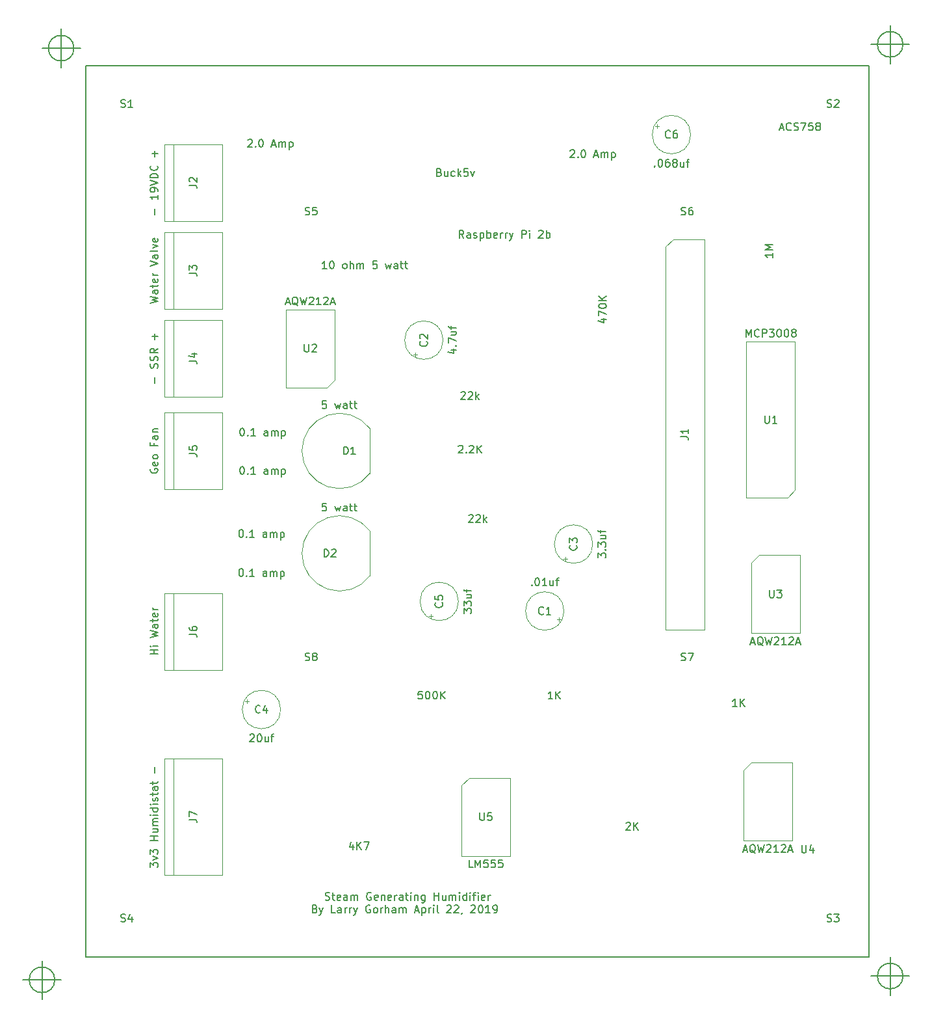
<source format=gbr>
%TF.GenerationSoftware,KiCad,Pcbnew,(5.1.0)-1*%
%TF.CreationDate,2019-04-24T14:24:49-04:00*%
%TF.ProjectId,SGschematic,53477363-6865-46d6-9174-69632e6b6963,rev?*%
%TF.SameCoordinates,Original*%
%TF.FileFunction,Other,Fab,Top*%
%FSLAX46Y46*%
G04 Gerber Fmt 4.6, Leading zero omitted, Abs format (unit mm)*
G04 Created by KiCad (PCBNEW (5.1.0)-1) date 2019-04-24 14:24:49*
%MOMM*%
%LPD*%
G04 APERTURE LIST*
%ADD10C,0.150000*%
%ADD11C,0.100000*%
%ADD12C,0.120000*%
G04 APERTURE END LIST*
D10*
X44076666Y-165160000D02*
G75*
G03X44076666Y-165160000I-1666666J0D01*
G01*
X39910000Y-165160000D02*
X44910000Y-165160000D01*
X42410000Y-162660000D02*
X42410000Y-167660000D01*
X46576666Y-43910000D02*
G75*
G03X46576666Y-43910000I-1666666J0D01*
G01*
X42410000Y-43910000D02*
X47410000Y-43910000D01*
X44910000Y-41410000D02*
X44910000Y-46410000D01*
X154576666Y-43410000D02*
G75*
G03X154576666Y-43410000I-1666666J0D01*
G01*
X150410000Y-43410000D02*
X155410000Y-43410000D01*
X152910000Y-40910000D02*
X152910000Y-45910000D01*
X154576666Y-164660000D02*
G75*
G03X154576666Y-164660000I-1666666J0D01*
G01*
X150410000Y-164660000D02*
X155410000Y-164660000D01*
X152910000Y-162160000D02*
X152910000Y-167160000D01*
X79326666Y-154739761D02*
X79469523Y-154787380D01*
X79707619Y-154787380D01*
X79802857Y-154739761D01*
X79850476Y-154692142D01*
X79898095Y-154596904D01*
X79898095Y-154501666D01*
X79850476Y-154406428D01*
X79802857Y-154358809D01*
X79707619Y-154311190D01*
X79517142Y-154263571D01*
X79421904Y-154215952D01*
X79374285Y-154168333D01*
X79326666Y-154073095D01*
X79326666Y-153977857D01*
X79374285Y-153882619D01*
X79421904Y-153835000D01*
X79517142Y-153787380D01*
X79755238Y-153787380D01*
X79898095Y-153835000D01*
X80183809Y-154120714D02*
X80564761Y-154120714D01*
X80326666Y-153787380D02*
X80326666Y-154644523D01*
X80374285Y-154739761D01*
X80469523Y-154787380D01*
X80564761Y-154787380D01*
X81279047Y-154739761D02*
X81183809Y-154787380D01*
X80993333Y-154787380D01*
X80898095Y-154739761D01*
X80850476Y-154644523D01*
X80850476Y-154263571D01*
X80898095Y-154168333D01*
X80993333Y-154120714D01*
X81183809Y-154120714D01*
X81279047Y-154168333D01*
X81326666Y-154263571D01*
X81326666Y-154358809D01*
X80850476Y-154454047D01*
X82183809Y-154787380D02*
X82183809Y-154263571D01*
X82136190Y-154168333D01*
X82040952Y-154120714D01*
X81850476Y-154120714D01*
X81755238Y-154168333D01*
X82183809Y-154739761D02*
X82088571Y-154787380D01*
X81850476Y-154787380D01*
X81755238Y-154739761D01*
X81707619Y-154644523D01*
X81707619Y-154549285D01*
X81755238Y-154454047D01*
X81850476Y-154406428D01*
X82088571Y-154406428D01*
X82183809Y-154358809D01*
X82660000Y-154787380D02*
X82660000Y-154120714D01*
X82660000Y-154215952D02*
X82707619Y-154168333D01*
X82802857Y-154120714D01*
X82945714Y-154120714D01*
X83040952Y-154168333D01*
X83088571Y-154263571D01*
X83088571Y-154787380D01*
X83088571Y-154263571D02*
X83136190Y-154168333D01*
X83231428Y-154120714D01*
X83374285Y-154120714D01*
X83469523Y-154168333D01*
X83517142Y-154263571D01*
X83517142Y-154787380D01*
X85279047Y-153835000D02*
X85183809Y-153787380D01*
X85040952Y-153787380D01*
X84898095Y-153835000D01*
X84802857Y-153930238D01*
X84755238Y-154025476D01*
X84707619Y-154215952D01*
X84707619Y-154358809D01*
X84755238Y-154549285D01*
X84802857Y-154644523D01*
X84898095Y-154739761D01*
X85040952Y-154787380D01*
X85136190Y-154787380D01*
X85279047Y-154739761D01*
X85326666Y-154692142D01*
X85326666Y-154358809D01*
X85136190Y-154358809D01*
X86136190Y-154739761D02*
X86040952Y-154787380D01*
X85850476Y-154787380D01*
X85755238Y-154739761D01*
X85707619Y-154644523D01*
X85707619Y-154263571D01*
X85755238Y-154168333D01*
X85850476Y-154120714D01*
X86040952Y-154120714D01*
X86136190Y-154168333D01*
X86183809Y-154263571D01*
X86183809Y-154358809D01*
X85707619Y-154454047D01*
X86612380Y-154120714D02*
X86612380Y-154787380D01*
X86612380Y-154215952D02*
X86660000Y-154168333D01*
X86755238Y-154120714D01*
X86898095Y-154120714D01*
X86993333Y-154168333D01*
X87040952Y-154263571D01*
X87040952Y-154787380D01*
X87898095Y-154739761D02*
X87802857Y-154787380D01*
X87612380Y-154787380D01*
X87517142Y-154739761D01*
X87469523Y-154644523D01*
X87469523Y-154263571D01*
X87517142Y-154168333D01*
X87612380Y-154120714D01*
X87802857Y-154120714D01*
X87898095Y-154168333D01*
X87945714Y-154263571D01*
X87945714Y-154358809D01*
X87469523Y-154454047D01*
X88374285Y-154787380D02*
X88374285Y-154120714D01*
X88374285Y-154311190D02*
X88421904Y-154215952D01*
X88469523Y-154168333D01*
X88564761Y-154120714D01*
X88660000Y-154120714D01*
X89421904Y-154787380D02*
X89421904Y-154263571D01*
X89374285Y-154168333D01*
X89279047Y-154120714D01*
X89088571Y-154120714D01*
X88993333Y-154168333D01*
X89421904Y-154739761D02*
X89326666Y-154787380D01*
X89088571Y-154787380D01*
X88993333Y-154739761D01*
X88945714Y-154644523D01*
X88945714Y-154549285D01*
X88993333Y-154454047D01*
X89088571Y-154406428D01*
X89326666Y-154406428D01*
X89421904Y-154358809D01*
X89755238Y-154120714D02*
X90136190Y-154120714D01*
X89898095Y-153787380D02*
X89898095Y-154644523D01*
X89945714Y-154739761D01*
X90040952Y-154787380D01*
X90136190Y-154787380D01*
X90469523Y-154787380D02*
X90469523Y-154120714D01*
X90469523Y-153787380D02*
X90421904Y-153835000D01*
X90469523Y-153882619D01*
X90517142Y-153835000D01*
X90469523Y-153787380D01*
X90469523Y-153882619D01*
X90945714Y-154120714D02*
X90945714Y-154787380D01*
X90945714Y-154215952D02*
X90993333Y-154168333D01*
X91088571Y-154120714D01*
X91231428Y-154120714D01*
X91326666Y-154168333D01*
X91374285Y-154263571D01*
X91374285Y-154787380D01*
X92279047Y-154120714D02*
X92279047Y-154930238D01*
X92231428Y-155025476D01*
X92183809Y-155073095D01*
X92088571Y-155120714D01*
X91945714Y-155120714D01*
X91850476Y-155073095D01*
X92279047Y-154739761D02*
X92183809Y-154787380D01*
X91993333Y-154787380D01*
X91898095Y-154739761D01*
X91850476Y-154692142D01*
X91802857Y-154596904D01*
X91802857Y-154311190D01*
X91850476Y-154215952D01*
X91898095Y-154168333D01*
X91993333Y-154120714D01*
X92183809Y-154120714D01*
X92279047Y-154168333D01*
X93517142Y-154787380D02*
X93517142Y-153787380D01*
X93517142Y-154263571D02*
X94088571Y-154263571D01*
X94088571Y-154787380D02*
X94088571Y-153787380D01*
X94993333Y-154120714D02*
X94993333Y-154787380D01*
X94564761Y-154120714D02*
X94564761Y-154644523D01*
X94612380Y-154739761D01*
X94707619Y-154787380D01*
X94850476Y-154787380D01*
X94945714Y-154739761D01*
X94993333Y-154692142D01*
X95469523Y-154787380D02*
X95469523Y-154120714D01*
X95469523Y-154215952D02*
X95517142Y-154168333D01*
X95612380Y-154120714D01*
X95755238Y-154120714D01*
X95850476Y-154168333D01*
X95898095Y-154263571D01*
X95898095Y-154787380D01*
X95898095Y-154263571D02*
X95945714Y-154168333D01*
X96040952Y-154120714D01*
X96183809Y-154120714D01*
X96279047Y-154168333D01*
X96326666Y-154263571D01*
X96326666Y-154787380D01*
X96802857Y-154787380D02*
X96802857Y-154120714D01*
X96802857Y-153787380D02*
X96755238Y-153835000D01*
X96802857Y-153882619D01*
X96850476Y-153835000D01*
X96802857Y-153787380D01*
X96802857Y-153882619D01*
X97707619Y-154787380D02*
X97707619Y-153787380D01*
X97707619Y-154739761D02*
X97612380Y-154787380D01*
X97421904Y-154787380D01*
X97326666Y-154739761D01*
X97279047Y-154692142D01*
X97231428Y-154596904D01*
X97231428Y-154311190D01*
X97279047Y-154215952D01*
X97326666Y-154168333D01*
X97421904Y-154120714D01*
X97612380Y-154120714D01*
X97707619Y-154168333D01*
X98183809Y-154787380D02*
X98183809Y-154120714D01*
X98183809Y-153787380D02*
X98136190Y-153835000D01*
X98183809Y-153882619D01*
X98231428Y-153835000D01*
X98183809Y-153787380D01*
X98183809Y-153882619D01*
X98517142Y-154120714D02*
X98898095Y-154120714D01*
X98660000Y-154787380D02*
X98660000Y-153930238D01*
X98707619Y-153835000D01*
X98802857Y-153787380D01*
X98898095Y-153787380D01*
X99231428Y-154787380D02*
X99231428Y-154120714D01*
X99231428Y-153787380D02*
X99183809Y-153835000D01*
X99231428Y-153882619D01*
X99279047Y-153835000D01*
X99231428Y-153787380D01*
X99231428Y-153882619D01*
X100088571Y-154739761D02*
X99993333Y-154787380D01*
X99802857Y-154787380D01*
X99707619Y-154739761D01*
X99660000Y-154644523D01*
X99660000Y-154263571D01*
X99707619Y-154168333D01*
X99802857Y-154120714D01*
X99993333Y-154120714D01*
X100088571Y-154168333D01*
X100136190Y-154263571D01*
X100136190Y-154358809D01*
X99660000Y-154454047D01*
X100564761Y-154787380D02*
X100564761Y-154120714D01*
X100564761Y-154311190D02*
X100612380Y-154215952D01*
X100660000Y-154168333D01*
X100755238Y-154120714D01*
X100850476Y-154120714D01*
X77969523Y-155913571D02*
X78112380Y-155961190D01*
X78160000Y-156008809D01*
X78207619Y-156104047D01*
X78207619Y-156246904D01*
X78160000Y-156342142D01*
X78112380Y-156389761D01*
X78017142Y-156437380D01*
X77636190Y-156437380D01*
X77636190Y-155437380D01*
X77969523Y-155437380D01*
X78064761Y-155485000D01*
X78112380Y-155532619D01*
X78160000Y-155627857D01*
X78160000Y-155723095D01*
X78112380Y-155818333D01*
X78064761Y-155865952D01*
X77969523Y-155913571D01*
X77636190Y-155913571D01*
X78540952Y-155770714D02*
X78779047Y-156437380D01*
X79017142Y-155770714D02*
X78779047Y-156437380D01*
X78683809Y-156675476D01*
X78636190Y-156723095D01*
X78540952Y-156770714D01*
X80636190Y-156437380D02*
X80160000Y-156437380D01*
X80160000Y-155437380D01*
X81398095Y-156437380D02*
X81398095Y-155913571D01*
X81350476Y-155818333D01*
X81255238Y-155770714D01*
X81064761Y-155770714D01*
X80969523Y-155818333D01*
X81398095Y-156389761D02*
X81302857Y-156437380D01*
X81064761Y-156437380D01*
X80969523Y-156389761D01*
X80921904Y-156294523D01*
X80921904Y-156199285D01*
X80969523Y-156104047D01*
X81064761Y-156056428D01*
X81302857Y-156056428D01*
X81398095Y-156008809D01*
X81874285Y-156437380D02*
X81874285Y-155770714D01*
X81874285Y-155961190D02*
X81921904Y-155865952D01*
X81969523Y-155818333D01*
X82064761Y-155770714D01*
X82160000Y-155770714D01*
X82493333Y-156437380D02*
X82493333Y-155770714D01*
X82493333Y-155961190D02*
X82540952Y-155865952D01*
X82588571Y-155818333D01*
X82683809Y-155770714D01*
X82779047Y-155770714D01*
X83017142Y-155770714D02*
X83255238Y-156437380D01*
X83493333Y-155770714D02*
X83255238Y-156437380D01*
X83160000Y-156675476D01*
X83112380Y-156723095D01*
X83017142Y-156770714D01*
X85160000Y-155485000D02*
X85064761Y-155437380D01*
X84921904Y-155437380D01*
X84779047Y-155485000D01*
X84683809Y-155580238D01*
X84636190Y-155675476D01*
X84588571Y-155865952D01*
X84588571Y-156008809D01*
X84636190Y-156199285D01*
X84683809Y-156294523D01*
X84779047Y-156389761D01*
X84921904Y-156437380D01*
X85017142Y-156437380D01*
X85160000Y-156389761D01*
X85207619Y-156342142D01*
X85207619Y-156008809D01*
X85017142Y-156008809D01*
X85779047Y-156437380D02*
X85683809Y-156389761D01*
X85636190Y-156342142D01*
X85588571Y-156246904D01*
X85588571Y-155961190D01*
X85636190Y-155865952D01*
X85683809Y-155818333D01*
X85779047Y-155770714D01*
X85921904Y-155770714D01*
X86017142Y-155818333D01*
X86064761Y-155865952D01*
X86112380Y-155961190D01*
X86112380Y-156246904D01*
X86064761Y-156342142D01*
X86017142Y-156389761D01*
X85921904Y-156437380D01*
X85779047Y-156437380D01*
X86540952Y-156437380D02*
X86540952Y-155770714D01*
X86540952Y-155961190D02*
X86588571Y-155865952D01*
X86636190Y-155818333D01*
X86731428Y-155770714D01*
X86826666Y-155770714D01*
X87160000Y-156437380D02*
X87160000Y-155437380D01*
X87588571Y-156437380D02*
X87588571Y-155913571D01*
X87540952Y-155818333D01*
X87445714Y-155770714D01*
X87302857Y-155770714D01*
X87207619Y-155818333D01*
X87160000Y-155865952D01*
X88493333Y-156437380D02*
X88493333Y-155913571D01*
X88445714Y-155818333D01*
X88350476Y-155770714D01*
X88160000Y-155770714D01*
X88064761Y-155818333D01*
X88493333Y-156389761D02*
X88398095Y-156437380D01*
X88160000Y-156437380D01*
X88064761Y-156389761D01*
X88017142Y-156294523D01*
X88017142Y-156199285D01*
X88064761Y-156104047D01*
X88160000Y-156056428D01*
X88398095Y-156056428D01*
X88493333Y-156008809D01*
X88969523Y-156437380D02*
X88969523Y-155770714D01*
X88969523Y-155865952D02*
X89017142Y-155818333D01*
X89112380Y-155770714D01*
X89255238Y-155770714D01*
X89350476Y-155818333D01*
X89398095Y-155913571D01*
X89398095Y-156437380D01*
X89398095Y-155913571D02*
X89445714Y-155818333D01*
X89540952Y-155770714D01*
X89683809Y-155770714D01*
X89779047Y-155818333D01*
X89826666Y-155913571D01*
X89826666Y-156437380D01*
X91017142Y-156151666D02*
X91493333Y-156151666D01*
X90921904Y-156437380D02*
X91255238Y-155437380D01*
X91588571Y-156437380D01*
X91921904Y-155770714D02*
X91921904Y-156770714D01*
X91921904Y-155818333D02*
X92017142Y-155770714D01*
X92207619Y-155770714D01*
X92302857Y-155818333D01*
X92350476Y-155865952D01*
X92398095Y-155961190D01*
X92398095Y-156246904D01*
X92350476Y-156342142D01*
X92302857Y-156389761D01*
X92207619Y-156437380D01*
X92017142Y-156437380D01*
X91921904Y-156389761D01*
X92826666Y-156437380D02*
X92826666Y-155770714D01*
X92826666Y-155961190D02*
X92874285Y-155865952D01*
X92921904Y-155818333D01*
X93017142Y-155770714D01*
X93112380Y-155770714D01*
X93445714Y-156437380D02*
X93445714Y-155770714D01*
X93445714Y-155437380D02*
X93398095Y-155485000D01*
X93445714Y-155532619D01*
X93493333Y-155485000D01*
X93445714Y-155437380D01*
X93445714Y-155532619D01*
X94064761Y-156437380D02*
X93969523Y-156389761D01*
X93921904Y-156294523D01*
X93921904Y-155437380D01*
X95160000Y-155532619D02*
X95207619Y-155485000D01*
X95302857Y-155437380D01*
X95540952Y-155437380D01*
X95636190Y-155485000D01*
X95683809Y-155532619D01*
X95731428Y-155627857D01*
X95731428Y-155723095D01*
X95683809Y-155865952D01*
X95112380Y-156437380D01*
X95731428Y-156437380D01*
X96112380Y-155532619D02*
X96160000Y-155485000D01*
X96255238Y-155437380D01*
X96493333Y-155437380D01*
X96588571Y-155485000D01*
X96636190Y-155532619D01*
X96683809Y-155627857D01*
X96683809Y-155723095D01*
X96636190Y-155865952D01*
X96064761Y-156437380D01*
X96683809Y-156437380D01*
X97160000Y-156389761D02*
X97160000Y-156437380D01*
X97112380Y-156532619D01*
X97064761Y-156580238D01*
X98302857Y-155532619D02*
X98350476Y-155485000D01*
X98445714Y-155437380D01*
X98683809Y-155437380D01*
X98779047Y-155485000D01*
X98826666Y-155532619D01*
X98874285Y-155627857D01*
X98874285Y-155723095D01*
X98826666Y-155865952D01*
X98255238Y-156437380D01*
X98874285Y-156437380D01*
X99493333Y-155437380D02*
X99588571Y-155437380D01*
X99683809Y-155485000D01*
X99731428Y-155532619D01*
X99779047Y-155627857D01*
X99826666Y-155818333D01*
X99826666Y-156056428D01*
X99779047Y-156246904D01*
X99731428Y-156342142D01*
X99683809Y-156389761D01*
X99588571Y-156437380D01*
X99493333Y-156437380D01*
X99398095Y-156389761D01*
X99350476Y-156342142D01*
X99302857Y-156246904D01*
X99255238Y-156056428D01*
X99255238Y-155818333D01*
X99302857Y-155627857D01*
X99350476Y-155532619D01*
X99398095Y-155485000D01*
X99493333Y-155437380D01*
X100779047Y-156437380D02*
X100207619Y-156437380D01*
X100493333Y-156437380D02*
X100493333Y-155437380D01*
X100398095Y-155580238D01*
X100302857Y-155675476D01*
X100207619Y-155723095D01*
X101255238Y-156437380D02*
X101445714Y-156437380D01*
X101540952Y-156389761D01*
X101588571Y-156342142D01*
X101683809Y-156199285D01*
X101731428Y-156008809D01*
X101731428Y-155627857D01*
X101683809Y-155532619D01*
X101636190Y-155485000D01*
X101540952Y-155437380D01*
X101350476Y-155437380D01*
X101255238Y-155485000D01*
X101207619Y-155532619D01*
X101160000Y-155627857D01*
X101160000Y-155865952D01*
X101207619Y-155961190D01*
X101255238Y-156008809D01*
X101350476Y-156056428D01*
X101540952Y-156056428D01*
X101636190Y-156008809D01*
X101683809Y-155961190D01*
X101731428Y-155865952D01*
X48160000Y-162160000D02*
X48160000Y-46160000D01*
X150160000Y-162160000D02*
X48160000Y-162160000D01*
X150160000Y-46160000D02*
X150160000Y-162160000D01*
X48160000Y-46160000D02*
X150160000Y-46160000D01*
D11*
X128700000Y-68760000D02*
X124620000Y-68760000D01*
X124620000Y-68760000D02*
X123620000Y-69760000D01*
X123620000Y-69760000D02*
X123620000Y-119560000D01*
X123620000Y-119560000D02*
X128700000Y-119560000D01*
X128700000Y-119560000D02*
X128700000Y-68760000D01*
X134795000Y-110890000D02*
X135795000Y-109890000D01*
X134795000Y-120050000D02*
X134795000Y-110890000D01*
X141145000Y-120050000D02*
X134795000Y-120050000D01*
X141145000Y-109890000D02*
X141145000Y-120050000D01*
X135795000Y-109890000D02*
X141145000Y-109890000D01*
X90822500Y-83793605D02*
X91322500Y-83793605D01*
X91072500Y-84043605D02*
X91072500Y-83543605D01*
X94660000Y-81910000D02*
G75*
G03X94660000Y-81910000I-2500000J0D01*
G01*
X80545000Y-87070000D02*
X79545000Y-88070000D01*
X80545000Y-77910000D02*
X80545000Y-87070000D01*
X74195000Y-77910000D02*
X80545000Y-77910000D01*
X74195000Y-88070000D02*
X74195000Y-77910000D01*
X79545000Y-88070000D02*
X74195000Y-88070000D01*
X133795000Y-137890000D02*
X134795000Y-136890000D01*
X133795000Y-147050000D02*
X133795000Y-137890000D01*
X140145000Y-147050000D02*
X133795000Y-147050000D01*
X140145000Y-136890000D02*
X140145000Y-147050000D01*
X134795000Y-136890000D02*
X140145000Y-136890000D01*
X92822500Y-117793605D02*
X93322500Y-117793605D01*
X93072500Y-118043605D02*
X93072500Y-117543605D01*
X96660000Y-115910000D02*
G75*
G03X96660000Y-115910000I-2500000J0D01*
G01*
X69116395Y-128642500D02*
X69116395Y-129142500D01*
X68866395Y-128892500D02*
X69366395Y-128892500D01*
X73500000Y-129980000D02*
G75*
G03X73500000Y-129980000I-2500000J0D01*
G01*
X110322500Y-110333605D02*
X110822500Y-110333605D01*
X110572500Y-110583605D02*
X110572500Y-110083605D01*
X114160000Y-108450000D02*
G75*
G03X114160000Y-108450000I-2500000J0D01*
G01*
X109793605Y-118497500D02*
X109793605Y-117997500D01*
X110043605Y-118247500D02*
X109543605Y-118247500D01*
X110410000Y-117160000D02*
G75*
G03X110410000Y-117160000I-2500000J0D01*
G01*
X122526395Y-53822500D02*
X122526395Y-54322500D01*
X122276395Y-54072500D02*
X122776395Y-54072500D01*
X126910000Y-55160000D02*
G75*
G03X126910000Y-55160000I-2500000J0D01*
G01*
X140525000Y-101430000D02*
X139525000Y-102430000D01*
X140525000Y-82110000D02*
X140525000Y-101430000D01*
X134175000Y-82110000D02*
X140525000Y-82110000D01*
X134175000Y-102430000D02*
X134175000Y-82110000D01*
X139525000Y-102430000D02*
X134175000Y-102430000D01*
D12*
X85124354Y-106745885D02*
G75*
G03X85120000Y-112580000I-3944354J-2914115D01*
G01*
X85117000Y-106739000D02*
X85117000Y-112581000D01*
X85124354Y-93410885D02*
G75*
G03X85120000Y-99245000I-3944354J-2914115D01*
G01*
X85117000Y-93404000D02*
X85117000Y-99246000D01*
D11*
X65880000Y-66400000D02*
X65880000Y-56400000D01*
X58380000Y-66400000D02*
X65880000Y-66400000D01*
X58380000Y-56400000D02*
X58380000Y-66400000D01*
X65880000Y-56400000D02*
X58380000Y-56400000D01*
X59580000Y-56450000D02*
X59580000Y-66350000D01*
X65880000Y-77830000D02*
X65880000Y-67830000D01*
X58380000Y-77830000D02*
X65880000Y-77830000D01*
X58380000Y-67830000D02*
X58380000Y-77830000D01*
X65880000Y-67830000D02*
X58380000Y-67830000D01*
X59580000Y-67880000D02*
X59580000Y-77780000D01*
X65880000Y-89260000D02*
X65880000Y-79260000D01*
X58380000Y-89260000D02*
X65880000Y-89260000D01*
X58380000Y-79260000D02*
X58380000Y-89260000D01*
X65880000Y-79260000D02*
X58380000Y-79260000D01*
X59580000Y-79310000D02*
X59580000Y-89210000D01*
X65880000Y-101325000D02*
X65880000Y-91325000D01*
X58380000Y-101325000D02*
X65880000Y-101325000D01*
X58380000Y-91325000D02*
X58380000Y-101325000D01*
X65880000Y-91325000D02*
X58380000Y-91325000D01*
X59580000Y-91375000D02*
X59580000Y-101275000D01*
X65880000Y-124820000D02*
X65880000Y-114820000D01*
X58380000Y-124820000D02*
X65880000Y-124820000D01*
X58380000Y-114820000D02*
X58380000Y-124820000D01*
X65880000Y-114820000D02*
X58380000Y-114820000D01*
X59580000Y-114870000D02*
X59580000Y-124770000D01*
X58380000Y-136400000D02*
X65880000Y-136400000D01*
X58380000Y-151500000D02*
X58380000Y-136400000D01*
X65880000Y-151500000D02*
X58380000Y-151500000D01*
X65880000Y-136400000D02*
X65880000Y-151500000D01*
X59580000Y-136400000D02*
X59580000Y-151500000D01*
X97055000Y-139870000D02*
X98055000Y-138870000D01*
X97055000Y-149030000D02*
X97055000Y-139870000D01*
X103405000Y-149030000D02*
X97055000Y-149030000D01*
X103405000Y-138870000D02*
X103405000Y-149030000D01*
X98055000Y-138870000D02*
X103405000Y-138870000D01*
D10*
X97350476Y-68612380D02*
X97017142Y-68136190D01*
X96779047Y-68612380D02*
X96779047Y-67612380D01*
X97160000Y-67612380D01*
X97255238Y-67660000D01*
X97302857Y-67707619D01*
X97350476Y-67802857D01*
X97350476Y-67945714D01*
X97302857Y-68040952D01*
X97255238Y-68088571D01*
X97160000Y-68136190D01*
X96779047Y-68136190D01*
X98207619Y-68612380D02*
X98207619Y-68088571D01*
X98160000Y-67993333D01*
X98064761Y-67945714D01*
X97874285Y-67945714D01*
X97779047Y-67993333D01*
X98207619Y-68564761D02*
X98112380Y-68612380D01*
X97874285Y-68612380D01*
X97779047Y-68564761D01*
X97731428Y-68469523D01*
X97731428Y-68374285D01*
X97779047Y-68279047D01*
X97874285Y-68231428D01*
X98112380Y-68231428D01*
X98207619Y-68183809D01*
X98636190Y-68564761D02*
X98731428Y-68612380D01*
X98921904Y-68612380D01*
X99017142Y-68564761D01*
X99064761Y-68469523D01*
X99064761Y-68421904D01*
X99017142Y-68326666D01*
X98921904Y-68279047D01*
X98779047Y-68279047D01*
X98683809Y-68231428D01*
X98636190Y-68136190D01*
X98636190Y-68088571D01*
X98683809Y-67993333D01*
X98779047Y-67945714D01*
X98921904Y-67945714D01*
X99017142Y-67993333D01*
X99493333Y-67945714D02*
X99493333Y-68945714D01*
X99493333Y-67993333D02*
X99588571Y-67945714D01*
X99779047Y-67945714D01*
X99874285Y-67993333D01*
X99921904Y-68040952D01*
X99969523Y-68136190D01*
X99969523Y-68421904D01*
X99921904Y-68517142D01*
X99874285Y-68564761D01*
X99779047Y-68612380D01*
X99588571Y-68612380D01*
X99493333Y-68564761D01*
X100398095Y-68612380D02*
X100398095Y-67612380D01*
X100398095Y-67993333D02*
X100493333Y-67945714D01*
X100683809Y-67945714D01*
X100779047Y-67993333D01*
X100826666Y-68040952D01*
X100874285Y-68136190D01*
X100874285Y-68421904D01*
X100826666Y-68517142D01*
X100779047Y-68564761D01*
X100683809Y-68612380D01*
X100493333Y-68612380D01*
X100398095Y-68564761D01*
X101683809Y-68564761D02*
X101588571Y-68612380D01*
X101398095Y-68612380D01*
X101302857Y-68564761D01*
X101255238Y-68469523D01*
X101255238Y-68088571D01*
X101302857Y-67993333D01*
X101398095Y-67945714D01*
X101588571Y-67945714D01*
X101683809Y-67993333D01*
X101731428Y-68088571D01*
X101731428Y-68183809D01*
X101255238Y-68279047D01*
X102160000Y-68612380D02*
X102160000Y-67945714D01*
X102160000Y-68136190D02*
X102207619Y-68040952D01*
X102255238Y-67993333D01*
X102350476Y-67945714D01*
X102445714Y-67945714D01*
X102779047Y-68612380D02*
X102779047Y-67945714D01*
X102779047Y-68136190D02*
X102826666Y-68040952D01*
X102874285Y-67993333D01*
X102969523Y-67945714D01*
X103064761Y-67945714D01*
X103302857Y-67945714D02*
X103540952Y-68612380D01*
X103779047Y-67945714D02*
X103540952Y-68612380D01*
X103445714Y-68850476D01*
X103398095Y-68898095D01*
X103302857Y-68945714D01*
X104921904Y-68612380D02*
X104921904Y-67612380D01*
X105302857Y-67612380D01*
X105398095Y-67660000D01*
X105445714Y-67707619D01*
X105493333Y-67802857D01*
X105493333Y-67945714D01*
X105445714Y-68040952D01*
X105398095Y-68088571D01*
X105302857Y-68136190D01*
X104921904Y-68136190D01*
X105921904Y-68612380D02*
X105921904Y-67945714D01*
X105921904Y-67612380D02*
X105874285Y-67660000D01*
X105921904Y-67707619D01*
X105969523Y-67660000D01*
X105921904Y-67612380D01*
X105921904Y-67707619D01*
X107112380Y-67707619D02*
X107160000Y-67660000D01*
X107255238Y-67612380D01*
X107493333Y-67612380D01*
X107588571Y-67660000D01*
X107636190Y-67707619D01*
X107683809Y-67802857D01*
X107683809Y-67898095D01*
X107636190Y-68040952D01*
X107064761Y-68612380D01*
X107683809Y-68612380D01*
X108112380Y-68612380D02*
X108112380Y-67612380D01*
X108112380Y-67993333D02*
X108207619Y-67945714D01*
X108398095Y-67945714D01*
X108493333Y-67993333D01*
X108540952Y-68040952D01*
X108588571Y-68136190D01*
X108588571Y-68421904D01*
X108540952Y-68517142D01*
X108493333Y-68564761D01*
X108398095Y-68612380D01*
X108207619Y-68612380D01*
X108112380Y-68564761D01*
X125612380Y-94493333D02*
X126326666Y-94493333D01*
X126469523Y-94540952D01*
X126564761Y-94636190D01*
X126612380Y-94779047D01*
X126612380Y-94874285D01*
X126612380Y-93493333D02*
X126612380Y-94064761D01*
X126612380Y-93779047D02*
X125612380Y-93779047D01*
X125755238Y-93874285D01*
X125850476Y-93969523D01*
X125898095Y-94064761D01*
X134779523Y-121276666D02*
X135255714Y-121276666D01*
X134684285Y-121562380D02*
X135017619Y-120562380D01*
X135350952Y-121562380D01*
X136350952Y-121657619D02*
X136255714Y-121610000D01*
X136160476Y-121514761D01*
X136017619Y-121371904D01*
X135922380Y-121324285D01*
X135827142Y-121324285D01*
X135874761Y-121562380D02*
X135779523Y-121514761D01*
X135684285Y-121419523D01*
X135636666Y-121229047D01*
X135636666Y-120895714D01*
X135684285Y-120705238D01*
X135779523Y-120610000D01*
X135874761Y-120562380D01*
X136065238Y-120562380D01*
X136160476Y-120610000D01*
X136255714Y-120705238D01*
X136303333Y-120895714D01*
X136303333Y-121229047D01*
X136255714Y-121419523D01*
X136160476Y-121514761D01*
X136065238Y-121562380D01*
X135874761Y-121562380D01*
X136636666Y-120562380D02*
X136874761Y-121562380D01*
X137065238Y-120848095D01*
X137255714Y-121562380D01*
X137493809Y-120562380D01*
X137827142Y-120657619D02*
X137874761Y-120610000D01*
X137970000Y-120562380D01*
X138208095Y-120562380D01*
X138303333Y-120610000D01*
X138350952Y-120657619D01*
X138398571Y-120752857D01*
X138398571Y-120848095D01*
X138350952Y-120990952D01*
X137779523Y-121562380D01*
X138398571Y-121562380D01*
X139350952Y-121562380D02*
X138779523Y-121562380D01*
X139065238Y-121562380D02*
X139065238Y-120562380D01*
X138970000Y-120705238D01*
X138874761Y-120800476D01*
X138779523Y-120848095D01*
X139731904Y-120657619D02*
X139779523Y-120610000D01*
X139874761Y-120562380D01*
X140112857Y-120562380D01*
X140208095Y-120610000D01*
X140255714Y-120657619D01*
X140303333Y-120752857D01*
X140303333Y-120848095D01*
X140255714Y-120990952D01*
X139684285Y-121562380D01*
X140303333Y-121562380D01*
X140684285Y-121276666D02*
X141160476Y-121276666D01*
X140589047Y-121562380D02*
X140922380Y-120562380D01*
X141255714Y-121562380D01*
X137208095Y-114422380D02*
X137208095Y-115231904D01*
X137255714Y-115327142D01*
X137303333Y-115374761D01*
X137398571Y-115422380D01*
X137589047Y-115422380D01*
X137684285Y-115374761D01*
X137731904Y-115327142D01*
X137779523Y-115231904D01*
X137779523Y-114422380D01*
X138160476Y-114422380D02*
X138779523Y-114422380D01*
X138446190Y-114803333D01*
X138589047Y-114803333D01*
X138684285Y-114850952D01*
X138731904Y-114898571D01*
X138779523Y-114993809D01*
X138779523Y-115231904D01*
X138731904Y-115327142D01*
X138684285Y-115374761D01*
X138589047Y-115422380D01*
X138303333Y-115422380D01*
X138208095Y-115374761D01*
X138160476Y-115327142D01*
X138517142Y-54326666D02*
X138993333Y-54326666D01*
X138421904Y-54612380D02*
X138755238Y-53612380D01*
X139088571Y-54612380D01*
X139993333Y-54517142D02*
X139945714Y-54564761D01*
X139802857Y-54612380D01*
X139707619Y-54612380D01*
X139564761Y-54564761D01*
X139469523Y-54469523D01*
X139421904Y-54374285D01*
X139374285Y-54183809D01*
X139374285Y-54040952D01*
X139421904Y-53850476D01*
X139469523Y-53755238D01*
X139564761Y-53660000D01*
X139707619Y-53612380D01*
X139802857Y-53612380D01*
X139945714Y-53660000D01*
X139993333Y-53707619D01*
X140374285Y-54564761D02*
X140517142Y-54612380D01*
X140755238Y-54612380D01*
X140850476Y-54564761D01*
X140898095Y-54517142D01*
X140945714Y-54421904D01*
X140945714Y-54326666D01*
X140898095Y-54231428D01*
X140850476Y-54183809D01*
X140755238Y-54136190D01*
X140564761Y-54088571D01*
X140469523Y-54040952D01*
X140421904Y-53993333D01*
X140374285Y-53898095D01*
X140374285Y-53802857D01*
X140421904Y-53707619D01*
X140469523Y-53660000D01*
X140564761Y-53612380D01*
X140802857Y-53612380D01*
X140945714Y-53660000D01*
X141279047Y-53612380D02*
X141945714Y-53612380D01*
X141517142Y-54612380D01*
X142802857Y-53612380D02*
X142326666Y-53612380D01*
X142279047Y-54088571D01*
X142326666Y-54040952D01*
X142421904Y-53993333D01*
X142660000Y-53993333D01*
X142755238Y-54040952D01*
X142802857Y-54088571D01*
X142850476Y-54183809D01*
X142850476Y-54421904D01*
X142802857Y-54517142D01*
X142755238Y-54564761D01*
X142660000Y-54612380D01*
X142421904Y-54612380D01*
X142326666Y-54564761D01*
X142279047Y-54517142D01*
X143421904Y-54040952D02*
X143326666Y-53993333D01*
X143279047Y-53945714D01*
X143231428Y-53850476D01*
X143231428Y-53802857D01*
X143279047Y-53707619D01*
X143326666Y-53660000D01*
X143421904Y-53612380D01*
X143612380Y-53612380D01*
X143707619Y-53660000D01*
X143755238Y-53707619D01*
X143802857Y-53802857D01*
X143802857Y-53850476D01*
X143755238Y-53945714D01*
X143707619Y-53993333D01*
X143612380Y-54040952D01*
X143421904Y-54040952D01*
X143326666Y-54088571D01*
X143279047Y-54136190D01*
X143231428Y-54231428D01*
X143231428Y-54421904D01*
X143279047Y-54517142D01*
X143326666Y-54564761D01*
X143421904Y-54612380D01*
X143612380Y-54612380D01*
X143707619Y-54564761D01*
X143755238Y-54517142D01*
X143802857Y-54421904D01*
X143802857Y-54231428D01*
X143755238Y-54136190D01*
X143707619Y-54088571D01*
X143612380Y-54040952D01*
X94168571Y-60058571D02*
X94311428Y-60106190D01*
X94359047Y-60153809D01*
X94406666Y-60249047D01*
X94406666Y-60391904D01*
X94359047Y-60487142D01*
X94311428Y-60534761D01*
X94216190Y-60582380D01*
X93835238Y-60582380D01*
X93835238Y-59582380D01*
X94168571Y-59582380D01*
X94263809Y-59630000D01*
X94311428Y-59677619D01*
X94359047Y-59772857D01*
X94359047Y-59868095D01*
X94311428Y-59963333D01*
X94263809Y-60010952D01*
X94168571Y-60058571D01*
X93835238Y-60058571D01*
X95263809Y-59915714D02*
X95263809Y-60582380D01*
X94835238Y-59915714D02*
X94835238Y-60439523D01*
X94882857Y-60534761D01*
X94978095Y-60582380D01*
X95120952Y-60582380D01*
X95216190Y-60534761D01*
X95263809Y-60487142D01*
X96168571Y-60534761D02*
X96073333Y-60582380D01*
X95882857Y-60582380D01*
X95787619Y-60534761D01*
X95740000Y-60487142D01*
X95692380Y-60391904D01*
X95692380Y-60106190D01*
X95740000Y-60010952D01*
X95787619Y-59963333D01*
X95882857Y-59915714D01*
X96073333Y-59915714D01*
X96168571Y-59963333D01*
X96597142Y-60582380D02*
X96597142Y-59582380D01*
X96692380Y-60201428D02*
X96978095Y-60582380D01*
X96978095Y-59915714D02*
X96597142Y-60296666D01*
X97882857Y-59582380D02*
X97406666Y-59582380D01*
X97359047Y-60058571D01*
X97406666Y-60010952D01*
X97501904Y-59963333D01*
X97740000Y-59963333D01*
X97835238Y-60010952D01*
X97882857Y-60058571D01*
X97930476Y-60153809D01*
X97930476Y-60391904D01*
X97882857Y-60487142D01*
X97835238Y-60534761D01*
X97740000Y-60582380D01*
X97501904Y-60582380D01*
X97406666Y-60534761D01*
X97359047Y-60487142D01*
X98263809Y-59915714D02*
X98501904Y-60582380D01*
X98740000Y-59915714D01*
X76698095Y-123564761D02*
X76840952Y-123612380D01*
X77079047Y-123612380D01*
X77174285Y-123564761D01*
X77221904Y-123517142D01*
X77269523Y-123421904D01*
X77269523Y-123326666D01*
X77221904Y-123231428D01*
X77174285Y-123183809D01*
X77079047Y-123136190D01*
X76888571Y-123088571D01*
X76793333Y-123040952D01*
X76745714Y-122993333D01*
X76698095Y-122898095D01*
X76698095Y-122802857D01*
X76745714Y-122707619D01*
X76793333Y-122660000D01*
X76888571Y-122612380D01*
X77126666Y-122612380D01*
X77269523Y-122660000D01*
X77840952Y-123040952D02*
X77745714Y-122993333D01*
X77698095Y-122945714D01*
X77650476Y-122850476D01*
X77650476Y-122802857D01*
X77698095Y-122707619D01*
X77745714Y-122660000D01*
X77840952Y-122612380D01*
X78031428Y-122612380D01*
X78126666Y-122660000D01*
X78174285Y-122707619D01*
X78221904Y-122802857D01*
X78221904Y-122850476D01*
X78174285Y-122945714D01*
X78126666Y-122993333D01*
X78031428Y-123040952D01*
X77840952Y-123040952D01*
X77745714Y-123088571D01*
X77698095Y-123136190D01*
X77650476Y-123231428D01*
X77650476Y-123421904D01*
X77698095Y-123517142D01*
X77745714Y-123564761D01*
X77840952Y-123612380D01*
X78031428Y-123612380D01*
X78126666Y-123564761D01*
X78174285Y-123517142D01*
X78221904Y-123421904D01*
X78221904Y-123231428D01*
X78174285Y-123136190D01*
X78126666Y-123088571D01*
X78031428Y-123040952D01*
X144698095Y-157564761D02*
X144840952Y-157612380D01*
X145079047Y-157612380D01*
X145174285Y-157564761D01*
X145221904Y-157517142D01*
X145269523Y-157421904D01*
X145269523Y-157326666D01*
X145221904Y-157231428D01*
X145174285Y-157183809D01*
X145079047Y-157136190D01*
X144888571Y-157088571D01*
X144793333Y-157040952D01*
X144745714Y-156993333D01*
X144698095Y-156898095D01*
X144698095Y-156802857D01*
X144745714Y-156707619D01*
X144793333Y-156660000D01*
X144888571Y-156612380D01*
X145126666Y-156612380D01*
X145269523Y-156660000D01*
X145602857Y-156612380D02*
X146221904Y-156612380D01*
X145888571Y-156993333D01*
X146031428Y-156993333D01*
X146126666Y-157040952D01*
X146174285Y-157088571D01*
X146221904Y-157183809D01*
X146221904Y-157421904D01*
X146174285Y-157517142D01*
X146126666Y-157564761D01*
X146031428Y-157612380D01*
X145745714Y-157612380D01*
X145650476Y-157564761D01*
X145602857Y-157517142D01*
X144698095Y-51564761D02*
X144840952Y-51612380D01*
X145079047Y-51612380D01*
X145174285Y-51564761D01*
X145221904Y-51517142D01*
X145269523Y-51421904D01*
X145269523Y-51326666D01*
X145221904Y-51231428D01*
X145174285Y-51183809D01*
X145079047Y-51136190D01*
X144888571Y-51088571D01*
X144793333Y-51040952D01*
X144745714Y-50993333D01*
X144698095Y-50898095D01*
X144698095Y-50802857D01*
X144745714Y-50707619D01*
X144793333Y-50660000D01*
X144888571Y-50612380D01*
X145126666Y-50612380D01*
X145269523Y-50660000D01*
X145650476Y-50707619D02*
X145698095Y-50660000D01*
X145793333Y-50612380D01*
X146031428Y-50612380D01*
X146126666Y-50660000D01*
X146174285Y-50707619D01*
X146221904Y-50802857D01*
X146221904Y-50898095D01*
X146174285Y-51040952D01*
X145602857Y-51612380D01*
X146221904Y-51612380D01*
X52698095Y-157564761D02*
X52840952Y-157612380D01*
X53079047Y-157612380D01*
X53174285Y-157564761D01*
X53221904Y-157517142D01*
X53269523Y-157421904D01*
X53269523Y-157326666D01*
X53221904Y-157231428D01*
X53174285Y-157183809D01*
X53079047Y-157136190D01*
X52888571Y-157088571D01*
X52793333Y-157040952D01*
X52745714Y-156993333D01*
X52698095Y-156898095D01*
X52698095Y-156802857D01*
X52745714Y-156707619D01*
X52793333Y-156660000D01*
X52888571Y-156612380D01*
X53126666Y-156612380D01*
X53269523Y-156660000D01*
X54126666Y-156945714D02*
X54126666Y-157612380D01*
X53888571Y-156564761D02*
X53650476Y-157279047D01*
X54269523Y-157279047D01*
X125698095Y-123564761D02*
X125840952Y-123612380D01*
X126079047Y-123612380D01*
X126174285Y-123564761D01*
X126221904Y-123517142D01*
X126269523Y-123421904D01*
X126269523Y-123326666D01*
X126221904Y-123231428D01*
X126174285Y-123183809D01*
X126079047Y-123136190D01*
X125888571Y-123088571D01*
X125793333Y-123040952D01*
X125745714Y-122993333D01*
X125698095Y-122898095D01*
X125698095Y-122802857D01*
X125745714Y-122707619D01*
X125793333Y-122660000D01*
X125888571Y-122612380D01*
X126126666Y-122612380D01*
X126269523Y-122660000D01*
X126602857Y-122612380D02*
X127269523Y-122612380D01*
X126840952Y-123612380D01*
X125698095Y-65564761D02*
X125840952Y-65612380D01*
X126079047Y-65612380D01*
X126174285Y-65564761D01*
X126221904Y-65517142D01*
X126269523Y-65421904D01*
X126269523Y-65326666D01*
X126221904Y-65231428D01*
X126174285Y-65183809D01*
X126079047Y-65136190D01*
X125888571Y-65088571D01*
X125793333Y-65040952D01*
X125745714Y-64993333D01*
X125698095Y-64898095D01*
X125698095Y-64802857D01*
X125745714Y-64707619D01*
X125793333Y-64660000D01*
X125888571Y-64612380D01*
X126126666Y-64612380D01*
X126269523Y-64660000D01*
X127126666Y-64612380D02*
X126936190Y-64612380D01*
X126840952Y-64660000D01*
X126793333Y-64707619D01*
X126698095Y-64850476D01*
X126650476Y-65040952D01*
X126650476Y-65421904D01*
X126698095Y-65517142D01*
X126745714Y-65564761D01*
X126840952Y-65612380D01*
X127031428Y-65612380D01*
X127126666Y-65564761D01*
X127174285Y-65517142D01*
X127221904Y-65421904D01*
X127221904Y-65183809D01*
X127174285Y-65088571D01*
X127126666Y-65040952D01*
X127031428Y-64993333D01*
X126840952Y-64993333D01*
X126745714Y-65040952D01*
X126698095Y-65088571D01*
X126650476Y-65183809D01*
X52698095Y-51564761D02*
X52840952Y-51612380D01*
X53079047Y-51612380D01*
X53174285Y-51564761D01*
X53221904Y-51517142D01*
X53269523Y-51421904D01*
X53269523Y-51326666D01*
X53221904Y-51231428D01*
X53174285Y-51183809D01*
X53079047Y-51136190D01*
X52888571Y-51088571D01*
X52793333Y-51040952D01*
X52745714Y-50993333D01*
X52698095Y-50898095D01*
X52698095Y-50802857D01*
X52745714Y-50707619D01*
X52793333Y-50660000D01*
X52888571Y-50612380D01*
X53126666Y-50612380D01*
X53269523Y-50660000D01*
X54221904Y-51612380D02*
X53650476Y-51612380D01*
X53936190Y-51612380D02*
X53936190Y-50612380D01*
X53840952Y-50755238D01*
X53745714Y-50850476D01*
X53650476Y-50898095D01*
X76698095Y-65564761D02*
X76840952Y-65612380D01*
X77079047Y-65612380D01*
X77174285Y-65564761D01*
X77221904Y-65517142D01*
X77269523Y-65421904D01*
X77269523Y-65326666D01*
X77221904Y-65231428D01*
X77174285Y-65183809D01*
X77079047Y-65136190D01*
X76888571Y-65088571D01*
X76793333Y-65040952D01*
X76745714Y-64993333D01*
X76698095Y-64898095D01*
X76698095Y-64802857D01*
X76745714Y-64707619D01*
X76793333Y-64660000D01*
X76888571Y-64612380D01*
X77126666Y-64612380D01*
X77269523Y-64660000D01*
X78174285Y-64612380D02*
X77698095Y-64612380D01*
X77650476Y-65088571D01*
X77698095Y-65040952D01*
X77793333Y-64993333D01*
X78031428Y-64993333D01*
X78126666Y-65040952D01*
X78174285Y-65088571D01*
X78221904Y-65183809D01*
X78221904Y-65421904D01*
X78174285Y-65517142D01*
X78126666Y-65564761D01*
X78031428Y-65612380D01*
X77793333Y-65612380D01*
X77698095Y-65564761D01*
X77650476Y-65517142D01*
X68445714Y-98362380D02*
X68540952Y-98362380D01*
X68636190Y-98410000D01*
X68683809Y-98457619D01*
X68731428Y-98552857D01*
X68779047Y-98743333D01*
X68779047Y-98981428D01*
X68731428Y-99171904D01*
X68683809Y-99267142D01*
X68636190Y-99314761D01*
X68540952Y-99362380D01*
X68445714Y-99362380D01*
X68350476Y-99314761D01*
X68302857Y-99267142D01*
X68255238Y-99171904D01*
X68207619Y-98981428D01*
X68207619Y-98743333D01*
X68255238Y-98552857D01*
X68302857Y-98457619D01*
X68350476Y-98410000D01*
X68445714Y-98362380D01*
X69207619Y-99267142D02*
X69255238Y-99314761D01*
X69207619Y-99362380D01*
X69160000Y-99314761D01*
X69207619Y-99267142D01*
X69207619Y-99362380D01*
X70207619Y-99362380D02*
X69636190Y-99362380D01*
X69921904Y-99362380D02*
X69921904Y-98362380D01*
X69826666Y-98505238D01*
X69731428Y-98600476D01*
X69636190Y-98648095D01*
X71826666Y-99362380D02*
X71826666Y-98838571D01*
X71779047Y-98743333D01*
X71683809Y-98695714D01*
X71493333Y-98695714D01*
X71398095Y-98743333D01*
X71826666Y-99314761D02*
X71731428Y-99362380D01*
X71493333Y-99362380D01*
X71398095Y-99314761D01*
X71350476Y-99219523D01*
X71350476Y-99124285D01*
X71398095Y-99029047D01*
X71493333Y-98981428D01*
X71731428Y-98981428D01*
X71826666Y-98933809D01*
X72302857Y-99362380D02*
X72302857Y-98695714D01*
X72302857Y-98790952D02*
X72350476Y-98743333D01*
X72445714Y-98695714D01*
X72588571Y-98695714D01*
X72683809Y-98743333D01*
X72731428Y-98838571D01*
X72731428Y-99362380D01*
X72731428Y-98838571D02*
X72779047Y-98743333D01*
X72874285Y-98695714D01*
X73017142Y-98695714D01*
X73112380Y-98743333D01*
X73160000Y-98838571D01*
X73160000Y-99362380D01*
X73636190Y-98695714D02*
X73636190Y-99695714D01*
X73636190Y-98743333D02*
X73731428Y-98695714D01*
X73921904Y-98695714D01*
X74017142Y-98743333D01*
X74064761Y-98790952D01*
X74112380Y-98886190D01*
X74112380Y-99171904D01*
X74064761Y-99267142D01*
X74017142Y-99314761D01*
X73921904Y-99362380D01*
X73731428Y-99362380D01*
X73636190Y-99314761D01*
X95695714Y-83171904D02*
X96362380Y-83171904D01*
X95314761Y-83410000D02*
X96029047Y-83648095D01*
X96029047Y-83029047D01*
X96267142Y-82648095D02*
X96314761Y-82600476D01*
X96362380Y-82648095D01*
X96314761Y-82695714D01*
X96267142Y-82648095D01*
X96362380Y-82648095D01*
X95362380Y-82267142D02*
X95362380Y-81600476D01*
X96362380Y-82029047D01*
X95695714Y-80790952D02*
X96362380Y-80790952D01*
X95695714Y-81219523D02*
X96219523Y-81219523D01*
X96314761Y-81171904D01*
X96362380Y-81076666D01*
X96362380Y-80933809D01*
X96314761Y-80838571D01*
X96267142Y-80790952D01*
X95695714Y-80457619D02*
X95695714Y-80076666D01*
X96362380Y-80314761D02*
X95505238Y-80314761D01*
X95410000Y-80267142D01*
X95362380Y-80171904D01*
X95362380Y-80076666D01*
X92517142Y-82076666D02*
X92564761Y-82124285D01*
X92612380Y-82267142D01*
X92612380Y-82362380D01*
X92564761Y-82505238D01*
X92469523Y-82600476D01*
X92374285Y-82648095D01*
X92183809Y-82695714D01*
X92040952Y-82695714D01*
X91850476Y-82648095D01*
X91755238Y-82600476D01*
X91660000Y-82505238D01*
X91612380Y-82362380D01*
X91612380Y-82267142D01*
X91660000Y-82124285D01*
X91707619Y-82076666D01*
X91707619Y-81695714D02*
X91660000Y-81648095D01*
X91612380Y-81552857D01*
X91612380Y-81314761D01*
X91660000Y-81219523D01*
X91707619Y-81171904D01*
X91802857Y-81124285D01*
X91898095Y-81124285D01*
X92040952Y-81171904D01*
X92612380Y-81743333D01*
X92612380Y-81124285D01*
X74179523Y-77016666D02*
X74655714Y-77016666D01*
X74084285Y-77302380D02*
X74417619Y-76302380D01*
X74750952Y-77302380D01*
X75750952Y-77397619D02*
X75655714Y-77350000D01*
X75560476Y-77254761D01*
X75417619Y-77111904D01*
X75322380Y-77064285D01*
X75227142Y-77064285D01*
X75274761Y-77302380D02*
X75179523Y-77254761D01*
X75084285Y-77159523D01*
X75036666Y-76969047D01*
X75036666Y-76635714D01*
X75084285Y-76445238D01*
X75179523Y-76350000D01*
X75274761Y-76302380D01*
X75465238Y-76302380D01*
X75560476Y-76350000D01*
X75655714Y-76445238D01*
X75703333Y-76635714D01*
X75703333Y-76969047D01*
X75655714Y-77159523D01*
X75560476Y-77254761D01*
X75465238Y-77302380D01*
X75274761Y-77302380D01*
X76036666Y-76302380D02*
X76274761Y-77302380D01*
X76465238Y-76588095D01*
X76655714Y-77302380D01*
X76893809Y-76302380D01*
X77227142Y-76397619D02*
X77274761Y-76350000D01*
X77370000Y-76302380D01*
X77608095Y-76302380D01*
X77703333Y-76350000D01*
X77750952Y-76397619D01*
X77798571Y-76492857D01*
X77798571Y-76588095D01*
X77750952Y-76730952D01*
X77179523Y-77302380D01*
X77798571Y-77302380D01*
X78750952Y-77302380D02*
X78179523Y-77302380D01*
X78465238Y-77302380D02*
X78465238Y-76302380D01*
X78370000Y-76445238D01*
X78274761Y-76540476D01*
X78179523Y-76588095D01*
X79131904Y-76397619D02*
X79179523Y-76350000D01*
X79274761Y-76302380D01*
X79512857Y-76302380D01*
X79608095Y-76350000D01*
X79655714Y-76397619D01*
X79703333Y-76492857D01*
X79703333Y-76588095D01*
X79655714Y-76730952D01*
X79084285Y-77302380D01*
X79703333Y-77302380D01*
X80084285Y-77016666D02*
X80560476Y-77016666D01*
X79989047Y-77302380D02*
X80322380Y-76302380D01*
X80655714Y-77302380D01*
X76608095Y-82442380D02*
X76608095Y-83251904D01*
X76655714Y-83347142D01*
X76703333Y-83394761D01*
X76798571Y-83442380D01*
X76989047Y-83442380D01*
X77084285Y-83394761D01*
X77131904Y-83347142D01*
X77179523Y-83251904D01*
X77179523Y-82442380D01*
X77608095Y-82537619D02*
X77655714Y-82490000D01*
X77750952Y-82442380D01*
X77989047Y-82442380D01*
X78084285Y-82490000D01*
X78131904Y-82537619D01*
X78179523Y-82632857D01*
X78179523Y-82728095D01*
X78131904Y-82870952D01*
X77560476Y-83442380D01*
X78179523Y-83442380D01*
X133779523Y-148276666D02*
X134255714Y-148276666D01*
X133684285Y-148562380D02*
X134017619Y-147562380D01*
X134350952Y-148562380D01*
X135350952Y-148657619D02*
X135255714Y-148610000D01*
X135160476Y-148514761D01*
X135017619Y-148371904D01*
X134922380Y-148324285D01*
X134827142Y-148324285D01*
X134874761Y-148562380D02*
X134779523Y-148514761D01*
X134684285Y-148419523D01*
X134636666Y-148229047D01*
X134636666Y-147895714D01*
X134684285Y-147705238D01*
X134779523Y-147610000D01*
X134874761Y-147562380D01*
X135065238Y-147562380D01*
X135160476Y-147610000D01*
X135255714Y-147705238D01*
X135303333Y-147895714D01*
X135303333Y-148229047D01*
X135255714Y-148419523D01*
X135160476Y-148514761D01*
X135065238Y-148562380D01*
X134874761Y-148562380D01*
X135636666Y-147562380D02*
X135874761Y-148562380D01*
X136065238Y-147848095D01*
X136255714Y-148562380D01*
X136493809Y-147562380D01*
X136827142Y-147657619D02*
X136874761Y-147610000D01*
X136970000Y-147562380D01*
X137208095Y-147562380D01*
X137303333Y-147610000D01*
X137350952Y-147657619D01*
X137398571Y-147752857D01*
X137398571Y-147848095D01*
X137350952Y-147990952D01*
X136779523Y-148562380D01*
X137398571Y-148562380D01*
X138350952Y-148562380D02*
X137779523Y-148562380D01*
X138065238Y-148562380D02*
X138065238Y-147562380D01*
X137970000Y-147705238D01*
X137874761Y-147800476D01*
X137779523Y-147848095D01*
X138731904Y-147657619D02*
X138779523Y-147610000D01*
X138874761Y-147562380D01*
X139112857Y-147562380D01*
X139208095Y-147610000D01*
X139255714Y-147657619D01*
X139303333Y-147752857D01*
X139303333Y-147848095D01*
X139255714Y-147990952D01*
X138684285Y-148562380D01*
X139303333Y-148562380D01*
X139684285Y-148276666D02*
X140160476Y-148276666D01*
X139589047Y-148562380D02*
X139922380Y-147562380D01*
X140255714Y-148562380D01*
X141398095Y-147612380D02*
X141398095Y-148421904D01*
X141445714Y-148517142D01*
X141493333Y-148564761D01*
X141588571Y-148612380D01*
X141779047Y-148612380D01*
X141874285Y-148564761D01*
X141921904Y-148517142D01*
X141969523Y-148421904D01*
X141969523Y-147612380D01*
X142874285Y-147945714D02*
X142874285Y-148612380D01*
X142636190Y-147564761D02*
X142398095Y-148279047D01*
X143017142Y-148279047D01*
X97362380Y-117457619D02*
X97362380Y-116838571D01*
X97743333Y-117171904D01*
X97743333Y-117029047D01*
X97790952Y-116933809D01*
X97838571Y-116886190D01*
X97933809Y-116838571D01*
X98171904Y-116838571D01*
X98267142Y-116886190D01*
X98314761Y-116933809D01*
X98362380Y-117029047D01*
X98362380Y-117314761D01*
X98314761Y-117410000D01*
X98267142Y-117457619D01*
X97362380Y-116505238D02*
X97362380Y-115886190D01*
X97743333Y-116219523D01*
X97743333Y-116076666D01*
X97790952Y-115981428D01*
X97838571Y-115933809D01*
X97933809Y-115886190D01*
X98171904Y-115886190D01*
X98267142Y-115933809D01*
X98314761Y-115981428D01*
X98362380Y-116076666D01*
X98362380Y-116362380D01*
X98314761Y-116457619D01*
X98267142Y-116505238D01*
X97695714Y-115029047D02*
X98362380Y-115029047D01*
X97695714Y-115457619D02*
X98219523Y-115457619D01*
X98314761Y-115410000D01*
X98362380Y-115314761D01*
X98362380Y-115171904D01*
X98314761Y-115076666D01*
X98267142Y-115029047D01*
X97695714Y-114695714D02*
X97695714Y-114314761D01*
X98362380Y-114552857D02*
X97505238Y-114552857D01*
X97410000Y-114505238D01*
X97362380Y-114410000D01*
X97362380Y-114314761D01*
X94517142Y-116076666D02*
X94564761Y-116124285D01*
X94612380Y-116267142D01*
X94612380Y-116362380D01*
X94564761Y-116505238D01*
X94469523Y-116600476D01*
X94374285Y-116648095D01*
X94183809Y-116695714D01*
X94040952Y-116695714D01*
X93850476Y-116648095D01*
X93755238Y-116600476D01*
X93660000Y-116505238D01*
X93612380Y-116362380D01*
X93612380Y-116267142D01*
X93660000Y-116124285D01*
X93707619Y-116076666D01*
X93612380Y-115171904D02*
X93612380Y-115648095D01*
X94088571Y-115695714D01*
X94040952Y-115648095D01*
X93993333Y-115552857D01*
X93993333Y-115314761D01*
X94040952Y-115219523D01*
X94088571Y-115171904D01*
X94183809Y-115124285D01*
X94421904Y-115124285D01*
X94517142Y-115171904D01*
X94564761Y-115219523D01*
X94612380Y-115314761D01*
X94612380Y-115552857D01*
X94564761Y-115648095D01*
X94517142Y-115695714D01*
X69500000Y-133277619D02*
X69547619Y-133230000D01*
X69642857Y-133182380D01*
X69880952Y-133182380D01*
X69976190Y-133230000D01*
X70023809Y-133277619D01*
X70071428Y-133372857D01*
X70071428Y-133468095D01*
X70023809Y-133610952D01*
X69452380Y-134182380D01*
X70071428Y-134182380D01*
X70690476Y-133182380D02*
X70785714Y-133182380D01*
X70880952Y-133230000D01*
X70928571Y-133277619D01*
X70976190Y-133372857D01*
X71023809Y-133563333D01*
X71023809Y-133801428D01*
X70976190Y-133991904D01*
X70928571Y-134087142D01*
X70880952Y-134134761D01*
X70785714Y-134182380D01*
X70690476Y-134182380D01*
X70595238Y-134134761D01*
X70547619Y-134087142D01*
X70500000Y-133991904D01*
X70452380Y-133801428D01*
X70452380Y-133563333D01*
X70500000Y-133372857D01*
X70547619Y-133277619D01*
X70595238Y-133230000D01*
X70690476Y-133182380D01*
X71880952Y-133515714D02*
X71880952Y-134182380D01*
X71452380Y-133515714D02*
X71452380Y-134039523D01*
X71500000Y-134134761D01*
X71595238Y-134182380D01*
X71738095Y-134182380D01*
X71833333Y-134134761D01*
X71880952Y-134087142D01*
X72214285Y-133515714D02*
X72595238Y-133515714D01*
X72357142Y-134182380D02*
X72357142Y-133325238D01*
X72404761Y-133230000D01*
X72500000Y-133182380D01*
X72595238Y-133182380D01*
X70833333Y-130337142D02*
X70785714Y-130384761D01*
X70642857Y-130432380D01*
X70547619Y-130432380D01*
X70404761Y-130384761D01*
X70309523Y-130289523D01*
X70261904Y-130194285D01*
X70214285Y-130003809D01*
X70214285Y-129860952D01*
X70261904Y-129670476D01*
X70309523Y-129575238D01*
X70404761Y-129480000D01*
X70547619Y-129432380D01*
X70642857Y-129432380D01*
X70785714Y-129480000D01*
X70833333Y-129527619D01*
X71690476Y-129765714D02*
X71690476Y-130432380D01*
X71452380Y-129384761D02*
X71214285Y-130099047D01*
X71833333Y-130099047D01*
X114862380Y-110235714D02*
X114862380Y-109616666D01*
X115243333Y-109950000D01*
X115243333Y-109807142D01*
X115290952Y-109711904D01*
X115338571Y-109664285D01*
X115433809Y-109616666D01*
X115671904Y-109616666D01*
X115767142Y-109664285D01*
X115814761Y-109711904D01*
X115862380Y-109807142D01*
X115862380Y-110092857D01*
X115814761Y-110188095D01*
X115767142Y-110235714D01*
X115767142Y-109188095D02*
X115814761Y-109140476D01*
X115862380Y-109188095D01*
X115814761Y-109235714D01*
X115767142Y-109188095D01*
X115862380Y-109188095D01*
X114862380Y-108807142D02*
X114862380Y-108188095D01*
X115243333Y-108521428D01*
X115243333Y-108378571D01*
X115290952Y-108283333D01*
X115338571Y-108235714D01*
X115433809Y-108188095D01*
X115671904Y-108188095D01*
X115767142Y-108235714D01*
X115814761Y-108283333D01*
X115862380Y-108378571D01*
X115862380Y-108664285D01*
X115814761Y-108759523D01*
X115767142Y-108807142D01*
X115195714Y-107330952D02*
X115862380Y-107330952D01*
X115195714Y-107759523D02*
X115719523Y-107759523D01*
X115814761Y-107711904D01*
X115862380Y-107616666D01*
X115862380Y-107473809D01*
X115814761Y-107378571D01*
X115767142Y-107330952D01*
X115195714Y-106997619D02*
X115195714Y-106616666D01*
X115862380Y-106854761D02*
X115005238Y-106854761D01*
X114910000Y-106807142D01*
X114862380Y-106711904D01*
X114862380Y-106616666D01*
X112017142Y-108616666D02*
X112064761Y-108664285D01*
X112112380Y-108807142D01*
X112112380Y-108902380D01*
X112064761Y-109045238D01*
X111969523Y-109140476D01*
X111874285Y-109188095D01*
X111683809Y-109235714D01*
X111540952Y-109235714D01*
X111350476Y-109188095D01*
X111255238Y-109140476D01*
X111160000Y-109045238D01*
X111112380Y-108902380D01*
X111112380Y-108807142D01*
X111160000Y-108664285D01*
X111207619Y-108616666D01*
X111112380Y-108283333D02*
X111112380Y-107664285D01*
X111493333Y-107997619D01*
X111493333Y-107854761D01*
X111540952Y-107759523D01*
X111588571Y-107711904D01*
X111683809Y-107664285D01*
X111921904Y-107664285D01*
X112017142Y-107711904D01*
X112064761Y-107759523D01*
X112112380Y-107854761D01*
X112112380Y-108140476D01*
X112064761Y-108235714D01*
X112017142Y-108283333D01*
X106219523Y-113767142D02*
X106267142Y-113814761D01*
X106219523Y-113862380D01*
X106171904Y-113814761D01*
X106219523Y-113767142D01*
X106219523Y-113862380D01*
X106886190Y-112862380D02*
X106981428Y-112862380D01*
X107076666Y-112910000D01*
X107124285Y-112957619D01*
X107171904Y-113052857D01*
X107219523Y-113243333D01*
X107219523Y-113481428D01*
X107171904Y-113671904D01*
X107124285Y-113767142D01*
X107076666Y-113814761D01*
X106981428Y-113862380D01*
X106886190Y-113862380D01*
X106790952Y-113814761D01*
X106743333Y-113767142D01*
X106695714Y-113671904D01*
X106648095Y-113481428D01*
X106648095Y-113243333D01*
X106695714Y-113052857D01*
X106743333Y-112957619D01*
X106790952Y-112910000D01*
X106886190Y-112862380D01*
X108171904Y-113862380D02*
X107600476Y-113862380D01*
X107886190Y-113862380D02*
X107886190Y-112862380D01*
X107790952Y-113005238D01*
X107695714Y-113100476D01*
X107600476Y-113148095D01*
X109029047Y-113195714D02*
X109029047Y-113862380D01*
X108600476Y-113195714D02*
X108600476Y-113719523D01*
X108648095Y-113814761D01*
X108743333Y-113862380D01*
X108886190Y-113862380D01*
X108981428Y-113814761D01*
X109029047Y-113767142D01*
X109362380Y-113195714D02*
X109743333Y-113195714D01*
X109505238Y-113862380D02*
X109505238Y-113005238D01*
X109552857Y-112910000D01*
X109648095Y-112862380D01*
X109743333Y-112862380D01*
X107743333Y-117517142D02*
X107695714Y-117564761D01*
X107552857Y-117612380D01*
X107457619Y-117612380D01*
X107314761Y-117564761D01*
X107219523Y-117469523D01*
X107171904Y-117374285D01*
X107124285Y-117183809D01*
X107124285Y-117040952D01*
X107171904Y-116850476D01*
X107219523Y-116755238D01*
X107314761Y-116660000D01*
X107457619Y-116612380D01*
X107552857Y-116612380D01*
X107695714Y-116660000D01*
X107743333Y-116707619D01*
X108695714Y-117612380D02*
X108124285Y-117612380D01*
X108410000Y-117612380D02*
X108410000Y-116612380D01*
X108314761Y-116755238D01*
X108219523Y-116850476D01*
X108124285Y-116898095D01*
X122243333Y-59267142D02*
X122290952Y-59314761D01*
X122243333Y-59362380D01*
X122195714Y-59314761D01*
X122243333Y-59267142D01*
X122243333Y-59362380D01*
X122910000Y-58362380D02*
X123005238Y-58362380D01*
X123100476Y-58410000D01*
X123148095Y-58457619D01*
X123195714Y-58552857D01*
X123243333Y-58743333D01*
X123243333Y-58981428D01*
X123195714Y-59171904D01*
X123148095Y-59267142D01*
X123100476Y-59314761D01*
X123005238Y-59362380D01*
X122910000Y-59362380D01*
X122814761Y-59314761D01*
X122767142Y-59267142D01*
X122719523Y-59171904D01*
X122671904Y-58981428D01*
X122671904Y-58743333D01*
X122719523Y-58552857D01*
X122767142Y-58457619D01*
X122814761Y-58410000D01*
X122910000Y-58362380D01*
X124100476Y-58362380D02*
X123910000Y-58362380D01*
X123814761Y-58410000D01*
X123767142Y-58457619D01*
X123671904Y-58600476D01*
X123624285Y-58790952D01*
X123624285Y-59171904D01*
X123671904Y-59267142D01*
X123719523Y-59314761D01*
X123814761Y-59362380D01*
X124005238Y-59362380D01*
X124100476Y-59314761D01*
X124148095Y-59267142D01*
X124195714Y-59171904D01*
X124195714Y-58933809D01*
X124148095Y-58838571D01*
X124100476Y-58790952D01*
X124005238Y-58743333D01*
X123814761Y-58743333D01*
X123719523Y-58790952D01*
X123671904Y-58838571D01*
X123624285Y-58933809D01*
X124767142Y-58790952D02*
X124671904Y-58743333D01*
X124624285Y-58695714D01*
X124576666Y-58600476D01*
X124576666Y-58552857D01*
X124624285Y-58457619D01*
X124671904Y-58410000D01*
X124767142Y-58362380D01*
X124957619Y-58362380D01*
X125052857Y-58410000D01*
X125100476Y-58457619D01*
X125148095Y-58552857D01*
X125148095Y-58600476D01*
X125100476Y-58695714D01*
X125052857Y-58743333D01*
X124957619Y-58790952D01*
X124767142Y-58790952D01*
X124671904Y-58838571D01*
X124624285Y-58886190D01*
X124576666Y-58981428D01*
X124576666Y-59171904D01*
X124624285Y-59267142D01*
X124671904Y-59314761D01*
X124767142Y-59362380D01*
X124957619Y-59362380D01*
X125052857Y-59314761D01*
X125100476Y-59267142D01*
X125148095Y-59171904D01*
X125148095Y-58981428D01*
X125100476Y-58886190D01*
X125052857Y-58838571D01*
X124957619Y-58790952D01*
X126005238Y-58695714D02*
X126005238Y-59362380D01*
X125576666Y-58695714D02*
X125576666Y-59219523D01*
X125624285Y-59314761D01*
X125719523Y-59362380D01*
X125862380Y-59362380D01*
X125957619Y-59314761D01*
X126005238Y-59267142D01*
X126338571Y-58695714D02*
X126719523Y-58695714D01*
X126481428Y-59362380D02*
X126481428Y-58505238D01*
X126529047Y-58410000D01*
X126624285Y-58362380D01*
X126719523Y-58362380D01*
X124243333Y-55517142D02*
X124195714Y-55564761D01*
X124052857Y-55612380D01*
X123957619Y-55612380D01*
X123814761Y-55564761D01*
X123719523Y-55469523D01*
X123671904Y-55374285D01*
X123624285Y-55183809D01*
X123624285Y-55040952D01*
X123671904Y-54850476D01*
X123719523Y-54755238D01*
X123814761Y-54660000D01*
X123957619Y-54612380D01*
X124052857Y-54612380D01*
X124195714Y-54660000D01*
X124243333Y-54707619D01*
X125100476Y-54612380D02*
X124910000Y-54612380D01*
X124814761Y-54660000D01*
X124767142Y-54707619D01*
X124671904Y-54850476D01*
X124624285Y-55040952D01*
X124624285Y-55421904D01*
X124671904Y-55517142D01*
X124719523Y-55564761D01*
X124814761Y-55612380D01*
X125005238Y-55612380D01*
X125100476Y-55564761D01*
X125148095Y-55517142D01*
X125195714Y-55421904D01*
X125195714Y-55183809D01*
X125148095Y-55088571D01*
X125100476Y-55040952D01*
X125005238Y-54993333D01*
X124814761Y-54993333D01*
X124719523Y-55040952D01*
X124671904Y-55088571D01*
X124624285Y-55183809D01*
X134111904Y-81502380D02*
X134111904Y-80502380D01*
X134445238Y-81216666D01*
X134778571Y-80502380D01*
X134778571Y-81502380D01*
X135826190Y-81407142D02*
X135778571Y-81454761D01*
X135635714Y-81502380D01*
X135540476Y-81502380D01*
X135397619Y-81454761D01*
X135302380Y-81359523D01*
X135254761Y-81264285D01*
X135207142Y-81073809D01*
X135207142Y-80930952D01*
X135254761Y-80740476D01*
X135302380Y-80645238D01*
X135397619Y-80550000D01*
X135540476Y-80502380D01*
X135635714Y-80502380D01*
X135778571Y-80550000D01*
X135826190Y-80597619D01*
X136254761Y-81502380D02*
X136254761Y-80502380D01*
X136635714Y-80502380D01*
X136730952Y-80550000D01*
X136778571Y-80597619D01*
X136826190Y-80692857D01*
X136826190Y-80835714D01*
X136778571Y-80930952D01*
X136730952Y-80978571D01*
X136635714Y-81026190D01*
X136254761Y-81026190D01*
X137159523Y-80502380D02*
X137778571Y-80502380D01*
X137445238Y-80883333D01*
X137588095Y-80883333D01*
X137683333Y-80930952D01*
X137730952Y-80978571D01*
X137778571Y-81073809D01*
X137778571Y-81311904D01*
X137730952Y-81407142D01*
X137683333Y-81454761D01*
X137588095Y-81502380D01*
X137302380Y-81502380D01*
X137207142Y-81454761D01*
X137159523Y-81407142D01*
X138397619Y-80502380D02*
X138492857Y-80502380D01*
X138588095Y-80550000D01*
X138635714Y-80597619D01*
X138683333Y-80692857D01*
X138730952Y-80883333D01*
X138730952Y-81121428D01*
X138683333Y-81311904D01*
X138635714Y-81407142D01*
X138588095Y-81454761D01*
X138492857Y-81502380D01*
X138397619Y-81502380D01*
X138302380Y-81454761D01*
X138254761Y-81407142D01*
X138207142Y-81311904D01*
X138159523Y-81121428D01*
X138159523Y-80883333D01*
X138207142Y-80692857D01*
X138254761Y-80597619D01*
X138302380Y-80550000D01*
X138397619Y-80502380D01*
X139350000Y-80502380D02*
X139445238Y-80502380D01*
X139540476Y-80550000D01*
X139588095Y-80597619D01*
X139635714Y-80692857D01*
X139683333Y-80883333D01*
X139683333Y-81121428D01*
X139635714Y-81311904D01*
X139588095Y-81407142D01*
X139540476Y-81454761D01*
X139445238Y-81502380D01*
X139350000Y-81502380D01*
X139254761Y-81454761D01*
X139207142Y-81407142D01*
X139159523Y-81311904D01*
X139111904Y-81121428D01*
X139111904Y-80883333D01*
X139159523Y-80692857D01*
X139207142Y-80597619D01*
X139254761Y-80550000D01*
X139350000Y-80502380D01*
X140254761Y-80930952D02*
X140159523Y-80883333D01*
X140111904Y-80835714D01*
X140064285Y-80740476D01*
X140064285Y-80692857D01*
X140111904Y-80597619D01*
X140159523Y-80550000D01*
X140254761Y-80502380D01*
X140445238Y-80502380D01*
X140540476Y-80550000D01*
X140588095Y-80597619D01*
X140635714Y-80692857D01*
X140635714Y-80740476D01*
X140588095Y-80835714D01*
X140540476Y-80883333D01*
X140445238Y-80930952D01*
X140254761Y-80930952D01*
X140159523Y-80978571D01*
X140111904Y-81026190D01*
X140064285Y-81121428D01*
X140064285Y-81311904D01*
X140111904Y-81407142D01*
X140159523Y-81454761D01*
X140254761Y-81502380D01*
X140445238Y-81502380D01*
X140540476Y-81454761D01*
X140588095Y-81407142D01*
X140635714Y-81311904D01*
X140635714Y-81121428D01*
X140588095Y-81026190D01*
X140540476Y-80978571D01*
X140445238Y-80930952D01*
X136588095Y-91722380D02*
X136588095Y-92531904D01*
X136635714Y-92627142D01*
X136683333Y-92674761D01*
X136778571Y-92722380D01*
X136969047Y-92722380D01*
X137064285Y-92674761D01*
X137111904Y-92627142D01*
X137159523Y-92531904D01*
X137159523Y-91722380D01*
X138159523Y-92722380D02*
X137588095Y-92722380D01*
X137873809Y-92722380D02*
X137873809Y-91722380D01*
X137778571Y-91865238D01*
X137683333Y-91960476D01*
X137588095Y-92008095D01*
X68305714Y-111652380D02*
X68400952Y-111652380D01*
X68496190Y-111700000D01*
X68543809Y-111747619D01*
X68591428Y-111842857D01*
X68639047Y-112033333D01*
X68639047Y-112271428D01*
X68591428Y-112461904D01*
X68543809Y-112557142D01*
X68496190Y-112604761D01*
X68400952Y-112652380D01*
X68305714Y-112652380D01*
X68210476Y-112604761D01*
X68162857Y-112557142D01*
X68115238Y-112461904D01*
X68067619Y-112271428D01*
X68067619Y-112033333D01*
X68115238Y-111842857D01*
X68162857Y-111747619D01*
X68210476Y-111700000D01*
X68305714Y-111652380D01*
X69067619Y-112557142D02*
X69115238Y-112604761D01*
X69067619Y-112652380D01*
X69020000Y-112604761D01*
X69067619Y-112557142D01*
X69067619Y-112652380D01*
X70067619Y-112652380D02*
X69496190Y-112652380D01*
X69781904Y-112652380D02*
X69781904Y-111652380D01*
X69686666Y-111795238D01*
X69591428Y-111890476D01*
X69496190Y-111938095D01*
X71686666Y-112652380D02*
X71686666Y-112128571D01*
X71639047Y-112033333D01*
X71543809Y-111985714D01*
X71353333Y-111985714D01*
X71258095Y-112033333D01*
X71686666Y-112604761D02*
X71591428Y-112652380D01*
X71353333Y-112652380D01*
X71258095Y-112604761D01*
X71210476Y-112509523D01*
X71210476Y-112414285D01*
X71258095Y-112319047D01*
X71353333Y-112271428D01*
X71591428Y-112271428D01*
X71686666Y-112223809D01*
X72162857Y-112652380D02*
X72162857Y-111985714D01*
X72162857Y-112080952D02*
X72210476Y-112033333D01*
X72305714Y-111985714D01*
X72448571Y-111985714D01*
X72543809Y-112033333D01*
X72591428Y-112128571D01*
X72591428Y-112652380D01*
X72591428Y-112128571D02*
X72639047Y-112033333D01*
X72734285Y-111985714D01*
X72877142Y-111985714D01*
X72972380Y-112033333D01*
X73020000Y-112128571D01*
X73020000Y-112652380D01*
X73496190Y-111985714D02*
X73496190Y-112985714D01*
X73496190Y-112033333D02*
X73591428Y-111985714D01*
X73781904Y-111985714D01*
X73877142Y-112033333D01*
X73924761Y-112080952D01*
X73972380Y-112176190D01*
X73972380Y-112461904D01*
X73924761Y-112557142D01*
X73877142Y-112604761D01*
X73781904Y-112652380D01*
X73591428Y-112652380D01*
X73496190Y-112604761D01*
X111231428Y-57247619D02*
X111279047Y-57200000D01*
X111374285Y-57152380D01*
X111612380Y-57152380D01*
X111707619Y-57200000D01*
X111755238Y-57247619D01*
X111802857Y-57342857D01*
X111802857Y-57438095D01*
X111755238Y-57580952D01*
X111183809Y-58152380D01*
X111802857Y-58152380D01*
X112231428Y-58057142D02*
X112279047Y-58104761D01*
X112231428Y-58152380D01*
X112183809Y-58104761D01*
X112231428Y-58057142D01*
X112231428Y-58152380D01*
X112898095Y-57152380D02*
X112993333Y-57152380D01*
X113088571Y-57200000D01*
X113136190Y-57247619D01*
X113183809Y-57342857D01*
X113231428Y-57533333D01*
X113231428Y-57771428D01*
X113183809Y-57961904D01*
X113136190Y-58057142D01*
X113088571Y-58104761D01*
X112993333Y-58152380D01*
X112898095Y-58152380D01*
X112802857Y-58104761D01*
X112755238Y-58057142D01*
X112707619Y-57961904D01*
X112660000Y-57771428D01*
X112660000Y-57533333D01*
X112707619Y-57342857D01*
X112755238Y-57247619D01*
X112802857Y-57200000D01*
X112898095Y-57152380D01*
X114374285Y-57866666D02*
X114850476Y-57866666D01*
X114279047Y-58152380D02*
X114612380Y-57152380D01*
X114945714Y-58152380D01*
X115279047Y-58152380D02*
X115279047Y-57485714D01*
X115279047Y-57580952D02*
X115326666Y-57533333D01*
X115421904Y-57485714D01*
X115564761Y-57485714D01*
X115660000Y-57533333D01*
X115707619Y-57628571D01*
X115707619Y-58152380D01*
X115707619Y-57628571D02*
X115755238Y-57533333D01*
X115850476Y-57485714D01*
X115993333Y-57485714D01*
X116088571Y-57533333D01*
X116136190Y-57628571D01*
X116136190Y-58152380D01*
X116612380Y-57485714D02*
X116612380Y-58485714D01*
X116612380Y-57533333D02*
X116707619Y-57485714D01*
X116898095Y-57485714D01*
X116993333Y-57533333D01*
X117040952Y-57580952D01*
X117088571Y-57676190D01*
X117088571Y-57961904D01*
X117040952Y-58057142D01*
X116993333Y-58104761D01*
X116898095Y-58152380D01*
X116707619Y-58152380D01*
X116612380Y-58104761D01*
X68445714Y-93362380D02*
X68540952Y-93362380D01*
X68636190Y-93410000D01*
X68683809Y-93457619D01*
X68731428Y-93552857D01*
X68779047Y-93743333D01*
X68779047Y-93981428D01*
X68731428Y-94171904D01*
X68683809Y-94267142D01*
X68636190Y-94314761D01*
X68540952Y-94362380D01*
X68445714Y-94362380D01*
X68350476Y-94314761D01*
X68302857Y-94267142D01*
X68255238Y-94171904D01*
X68207619Y-93981428D01*
X68207619Y-93743333D01*
X68255238Y-93552857D01*
X68302857Y-93457619D01*
X68350476Y-93410000D01*
X68445714Y-93362380D01*
X69207619Y-94267142D02*
X69255238Y-94314761D01*
X69207619Y-94362380D01*
X69160000Y-94314761D01*
X69207619Y-94267142D01*
X69207619Y-94362380D01*
X70207619Y-94362380D02*
X69636190Y-94362380D01*
X69921904Y-94362380D02*
X69921904Y-93362380D01*
X69826666Y-93505238D01*
X69731428Y-93600476D01*
X69636190Y-93648095D01*
X71826666Y-94362380D02*
X71826666Y-93838571D01*
X71779047Y-93743333D01*
X71683809Y-93695714D01*
X71493333Y-93695714D01*
X71398095Y-93743333D01*
X71826666Y-94314761D02*
X71731428Y-94362380D01*
X71493333Y-94362380D01*
X71398095Y-94314761D01*
X71350476Y-94219523D01*
X71350476Y-94124285D01*
X71398095Y-94029047D01*
X71493333Y-93981428D01*
X71731428Y-93981428D01*
X71826666Y-93933809D01*
X72302857Y-94362380D02*
X72302857Y-93695714D01*
X72302857Y-93790952D02*
X72350476Y-93743333D01*
X72445714Y-93695714D01*
X72588571Y-93695714D01*
X72683809Y-93743333D01*
X72731428Y-93838571D01*
X72731428Y-94362380D01*
X72731428Y-93838571D02*
X72779047Y-93743333D01*
X72874285Y-93695714D01*
X73017142Y-93695714D01*
X73112380Y-93743333D01*
X73160000Y-93838571D01*
X73160000Y-94362380D01*
X73636190Y-93695714D02*
X73636190Y-94695714D01*
X73636190Y-93743333D02*
X73731428Y-93695714D01*
X73921904Y-93695714D01*
X74017142Y-93743333D01*
X74064761Y-93790952D01*
X74112380Y-93886190D01*
X74112380Y-94171904D01*
X74064761Y-94267142D01*
X74017142Y-94314761D01*
X73921904Y-94362380D01*
X73731428Y-94362380D01*
X73636190Y-94314761D01*
X69231428Y-55867619D02*
X69279047Y-55820000D01*
X69374285Y-55772380D01*
X69612380Y-55772380D01*
X69707619Y-55820000D01*
X69755238Y-55867619D01*
X69802857Y-55962857D01*
X69802857Y-56058095D01*
X69755238Y-56200952D01*
X69183809Y-56772380D01*
X69802857Y-56772380D01*
X70231428Y-56677142D02*
X70279047Y-56724761D01*
X70231428Y-56772380D01*
X70183809Y-56724761D01*
X70231428Y-56677142D01*
X70231428Y-56772380D01*
X70898095Y-55772380D02*
X70993333Y-55772380D01*
X71088571Y-55820000D01*
X71136190Y-55867619D01*
X71183809Y-55962857D01*
X71231428Y-56153333D01*
X71231428Y-56391428D01*
X71183809Y-56581904D01*
X71136190Y-56677142D01*
X71088571Y-56724761D01*
X70993333Y-56772380D01*
X70898095Y-56772380D01*
X70802857Y-56724761D01*
X70755238Y-56677142D01*
X70707619Y-56581904D01*
X70660000Y-56391428D01*
X70660000Y-56153333D01*
X70707619Y-55962857D01*
X70755238Y-55867619D01*
X70802857Y-55820000D01*
X70898095Y-55772380D01*
X72374285Y-56486666D02*
X72850476Y-56486666D01*
X72279047Y-56772380D02*
X72612380Y-55772380D01*
X72945714Y-56772380D01*
X73279047Y-56772380D02*
X73279047Y-56105714D01*
X73279047Y-56200952D02*
X73326666Y-56153333D01*
X73421904Y-56105714D01*
X73564761Y-56105714D01*
X73660000Y-56153333D01*
X73707619Y-56248571D01*
X73707619Y-56772380D01*
X73707619Y-56248571D02*
X73755238Y-56153333D01*
X73850476Y-56105714D01*
X73993333Y-56105714D01*
X74088571Y-56153333D01*
X74136190Y-56248571D01*
X74136190Y-56772380D01*
X74612380Y-56105714D02*
X74612380Y-57105714D01*
X74612380Y-56153333D02*
X74707619Y-56105714D01*
X74898095Y-56105714D01*
X74993333Y-56153333D01*
X75040952Y-56200952D01*
X75088571Y-56296190D01*
X75088571Y-56581904D01*
X75040952Y-56677142D01*
X74993333Y-56724761D01*
X74898095Y-56772380D01*
X74707619Y-56772380D01*
X74612380Y-56724761D01*
X68305714Y-106572380D02*
X68400952Y-106572380D01*
X68496190Y-106620000D01*
X68543809Y-106667619D01*
X68591428Y-106762857D01*
X68639047Y-106953333D01*
X68639047Y-107191428D01*
X68591428Y-107381904D01*
X68543809Y-107477142D01*
X68496190Y-107524761D01*
X68400952Y-107572380D01*
X68305714Y-107572380D01*
X68210476Y-107524761D01*
X68162857Y-107477142D01*
X68115238Y-107381904D01*
X68067619Y-107191428D01*
X68067619Y-106953333D01*
X68115238Y-106762857D01*
X68162857Y-106667619D01*
X68210476Y-106620000D01*
X68305714Y-106572380D01*
X69067619Y-107477142D02*
X69115238Y-107524761D01*
X69067619Y-107572380D01*
X69020000Y-107524761D01*
X69067619Y-107477142D01*
X69067619Y-107572380D01*
X70067619Y-107572380D02*
X69496190Y-107572380D01*
X69781904Y-107572380D02*
X69781904Y-106572380D01*
X69686666Y-106715238D01*
X69591428Y-106810476D01*
X69496190Y-106858095D01*
X71686666Y-107572380D02*
X71686666Y-107048571D01*
X71639047Y-106953333D01*
X71543809Y-106905714D01*
X71353333Y-106905714D01*
X71258095Y-106953333D01*
X71686666Y-107524761D02*
X71591428Y-107572380D01*
X71353333Y-107572380D01*
X71258095Y-107524761D01*
X71210476Y-107429523D01*
X71210476Y-107334285D01*
X71258095Y-107239047D01*
X71353333Y-107191428D01*
X71591428Y-107191428D01*
X71686666Y-107143809D01*
X72162857Y-107572380D02*
X72162857Y-106905714D01*
X72162857Y-107000952D02*
X72210476Y-106953333D01*
X72305714Y-106905714D01*
X72448571Y-106905714D01*
X72543809Y-106953333D01*
X72591428Y-107048571D01*
X72591428Y-107572380D01*
X72591428Y-107048571D02*
X72639047Y-106953333D01*
X72734285Y-106905714D01*
X72877142Y-106905714D01*
X72972380Y-106953333D01*
X73020000Y-107048571D01*
X73020000Y-107572380D01*
X73496190Y-106905714D02*
X73496190Y-107905714D01*
X73496190Y-106953333D02*
X73591428Y-106905714D01*
X73781904Y-106905714D01*
X73877142Y-106953333D01*
X73924761Y-107000952D01*
X73972380Y-107096190D01*
X73972380Y-107381904D01*
X73924761Y-107477142D01*
X73877142Y-107524761D01*
X73781904Y-107572380D01*
X73591428Y-107572380D01*
X73496190Y-107524761D01*
X79501428Y-72612380D02*
X78930000Y-72612380D01*
X79215714Y-72612380D02*
X79215714Y-71612380D01*
X79120476Y-71755238D01*
X79025238Y-71850476D01*
X78930000Y-71898095D01*
X80120476Y-71612380D02*
X80215714Y-71612380D01*
X80310952Y-71660000D01*
X80358571Y-71707619D01*
X80406190Y-71802857D01*
X80453809Y-71993333D01*
X80453809Y-72231428D01*
X80406190Y-72421904D01*
X80358571Y-72517142D01*
X80310952Y-72564761D01*
X80215714Y-72612380D01*
X80120476Y-72612380D01*
X80025238Y-72564761D01*
X79977619Y-72517142D01*
X79930000Y-72421904D01*
X79882380Y-72231428D01*
X79882380Y-71993333D01*
X79930000Y-71802857D01*
X79977619Y-71707619D01*
X80025238Y-71660000D01*
X80120476Y-71612380D01*
X81787142Y-72612380D02*
X81691904Y-72564761D01*
X81644285Y-72517142D01*
X81596666Y-72421904D01*
X81596666Y-72136190D01*
X81644285Y-72040952D01*
X81691904Y-71993333D01*
X81787142Y-71945714D01*
X81930000Y-71945714D01*
X82025238Y-71993333D01*
X82072857Y-72040952D01*
X82120476Y-72136190D01*
X82120476Y-72421904D01*
X82072857Y-72517142D01*
X82025238Y-72564761D01*
X81930000Y-72612380D01*
X81787142Y-72612380D01*
X82549047Y-72612380D02*
X82549047Y-71612380D01*
X82977619Y-72612380D02*
X82977619Y-72088571D01*
X82930000Y-71993333D01*
X82834761Y-71945714D01*
X82691904Y-71945714D01*
X82596666Y-71993333D01*
X82549047Y-72040952D01*
X83453809Y-72612380D02*
X83453809Y-71945714D01*
X83453809Y-72040952D02*
X83501428Y-71993333D01*
X83596666Y-71945714D01*
X83739523Y-71945714D01*
X83834761Y-71993333D01*
X83882380Y-72088571D01*
X83882380Y-72612380D01*
X83882380Y-72088571D02*
X83930000Y-71993333D01*
X84025238Y-71945714D01*
X84168095Y-71945714D01*
X84263333Y-71993333D01*
X84310952Y-72088571D01*
X84310952Y-72612380D01*
X86025238Y-71612380D02*
X85549047Y-71612380D01*
X85501428Y-72088571D01*
X85549047Y-72040952D01*
X85644285Y-71993333D01*
X85882380Y-71993333D01*
X85977619Y-72040952D01*
X86025238Y-72088571D01*
X86072857Y-72183809D01*
X86072857Y-72421904D01*
X86025238Y-72517142D01*
X85977619Y-72564761D01*
X85882380Y-72612380D01*
X85644285Y-72612380D01*
X85549047Y-72564761D01*
X85501428Y-72517142D01*
X87168095Y-71945714D02*
X87358571Y-72612380D01*
X87549047Y-72136190D01*
X87739523Y-72612380D01*
X87930000Y-71945714D01*
X88739523Y-72612380D02*
X88739523Y-72088571D01*
X88691904Y-71993333D01*
X88596666Y-71945714D01*
X88406190Y-71945714D01*
X88310952Y-71993333D01*
X88739523Y-72564761D02*
X88644285Y-72612380D01*
X88406190Y-72612380D01*
X88310952Y-72564761D01*
X88263333Y-72469523D01*
X88263333Y-72374285D01*
X88310952Y-72279047D01*
X88406190Y-72231428D01*
X88644285Y-72231428D01*
X88739523Y-72183809D01*
X89072857Y-71945714D02*
X89453809Y-71945714D01*
X89215714Y-71612380D02*
X89215714Y-72469523D01*
X89263333Y-72564761D01*
X89358571Y-72612380D01*
X89453809Y-72612380D01*
X89644285Y-71945714D02*
X90025238Y-71945714D01*
X89787142Y-71612380D02*
X89787142Y-72469523D01*
X89834761Y-72564761D01*
X89930000Y-72612380D01*
X90025238Y-72612380D01*
X137612380Y-70585714D02*
X137612380Y-71157142D01*
X137612380Y-70871428D02*
X136612380Y-70871428D01*
X136755238Y-70966666D01*
X136850476Y-71061904D01*
X136898095Y-71157142D01*
X137612380Y-70157142D02*
X136612380Y-70157142D01*
X137326666Y-69823809D01*
X136612380Y-69490476D01*
X137612380Y-69490476D01*
X115255714Y-79171904D02*
X115922380Y-79171904D01*
X114874761Y-79410000D02*
X115589047Y-79648095D01*
X115589047Y-79029047D01*
X114922380Y-78743333D02*
X114922380Y-78076666D01*
X115922380Y-78505238D01*
X114922380Y-77505238D02*
X114922380Y-77410000D01*
X114970000Y-77314761D01*
X115017619Y-77267142D01*
X115112857Y-77219523D01*
X115303333Y-77171904D01*
X115541428Y-77171904D01*
X115731904Y-77219523D01*
X115827142Y-77267142D01*
X115874761Y-77314761D01*
X115922380Y-77410000D01*
X115922380Y-77505238D01*
X115874761Y-77600476D01*
X115827142Y-77648095D01*
X115731904Y-77695714D01*
X115541428Y-77743333D01*
X115303333Y-77743333D01*
X115112857Y-77695714D01*
X115017619Y-77648095D01*
X114970000Y-77600476D01*
X114922380Y-77505238D01*
X115922380Y-76743333D02*
X114922380Y-76743333D01*
X115922380Y-76171904D02*
X115350952Y-76600476D01*
X114922380Y-76171904D02*
X115493809Y-76743333D01*
X96660000Y-95707619D02*
X96707619Y-95660000D01*
X96802857Y-95612380D01*
X97040952Y-95612380D01*
X97136190Y-95660000D01*
X97183809Y-95707619D01*
X97231428Y-95802857D01*
X97231428Y-95898095D01*
X97183809Y-96040952D01*
X96612380Y-96612380D01*
X97231428Y-96612380D01*
X97660000Y-96517142D02*
X97707619Y-96564761D01*
X97660000Y-96612380D01*
X97612380Y-96564761D01*
X97660000Y-96517142D01*
X97660000Y-96612380D01*
X98088571Y-95707619D02*
X98136190Y-95660000D01*
X98231428Y-95612380D01*
X98469523Y-95612380D01*
X98564761Y-95660000D01*
X98612380Y-95707619D01*
X98660000Y-95802857D01*
X98660000Y-95898095D01*
X98612380Y-96040952D01*
X98040952Y-96612380D01*
X98660000Y-96612380D01*
X99088571Y-96612380D02*
X99088571Y-95612380D01*
X99660000Y-96612380D02*
X99231428Y-96040952D01*
X99660000Y-95612380D02*
X99088571Y-96183809D01*
X91945714Y-127612380D02*
X91469523Y-127612380D01*
X91421904Y-128088571D01*
X91469523Y-128040952D01*
X91564761Y-127993333D01*
X91802857Y-127993333D01*
X91898095Y-128040952D01*
X91945714Y-128088571D01*
X91993333Y-128183809D01*
X91993333Y-128421904D01*
X91945714Y-128517142D01*
X91898095Y-128564761D01*
X91802857Y-128612380D01*
X91564761Y-128612380D01*
X91469523Y-128564761D01*
X91421904Y-128517142D01*
X92612380Y-127612380D02*
X92707619Y-127612380D01*
X92802857Y-127660000D01*
X92850476Y-127707619D01*
X92898095Y-127802857D01*
X92945714Y-127993333D01*
X92945714Y-128231428D01*
X92898095Y-128421904D01*
X92850476Y-128517142D01*
X92802857Y-128564761D01*
X92707619Y-128612380D01*
X92612380Y-128612380D01*
X92517142Y-128564761D01*
X92469523Y-128517142D01*
X92421904Y-128421904D01*
X92374285Y-128231428D01*
X92374285Y-127993333D01*
X92421904Y-127802857D01*
X92469523Y-127707619D01*
X92517142Y-127660000D01*
X92612380Y-127612380D01*
X93564761Y-127612380D02*
X93660000Y-127612380D01*
X93755238Y-127660000D01*
X93802857Y-127707619D01*
X93850476Y-127802857D01*
X93898095Y-127993333D01*
X93898095Y-128231428D01*
X93850476Y-128421904D01*
X93802857Y-128517142D01*
X93755238Y-128564761D01*
X93660000Y-128612380D01*
X93564761Y-128612380D01*
X93469523Y-128564761D01*
X93421904Y-128517142D01*
X93374285Y-128421904D01*
X93326666Y-128231428D01*
X93326666Y-127993333D01*
X93374285Y-127802857D01*
X93421904Y-127707619D01*
X93469523Y-127660000D01*
X93564761Y-127612380D01*
X94326666Y-128612380D02*
X94326666Y-127612380D01*
X94898095Y-128612380D02*
X94469523Y-128040952D01*
X94898095Y-127612380D02*
X94326666Y-128183809D01*
X82934285Y-147545714D02*
X82934285Y-148212380D01*
X82696190Y-147164761D02*
X82458095Y-147879047D01*
X83077142Y-147879047D01*
X83458095Y-148212380D02*
X83458095Y-147212380D01*
X84029523Y-148212380D02*
X83600952Y-147640952D01*
X84029523Y-147212380D02*
X83458095Y-147783809D01*
X84362857Y-147212380D02*
X85029523Y-147212380D01*
X84600952Y-148212380D01*
X118494285Y-144767619D02*
X118541904Y-144720000D01*
X118637142Y-144672380D01*
X118875238Y-144672380D01*
X118970476Y-144720000D01*
X119018095Y-144767619D01*
X119065714Y-144862857D01*
X119065714Y-144958095D01*
X119018095Y-145100952D01*
X118446666Y-145672380D01*
X119065714Y-145672380D01*
X119494285Y-145672380D02*
X119494285Y-144672380D01*
X120065714Y-145672380D02*
X119637142Y-145100952D01*
X120065714Y-144672380D02*
X119494285Y-145243809D01*
X132945714Y-129612380D02*
X132374285Y-129612380D01*
X132660000Y-129612380D02*
X132660000Y-128612380D01*
X132564761Y-128755238D01*
X132469523Y-128850476D01*
X132374285Y-128898095D01*
X133374285Y-129612380D02*
X133374285Y-128612380D01*
X133945714Y-129612380D02*
X133517142Y-129040952D01*
X133945714Y-128612380D02*
X133374285Y-129183809D01*
X97993333Y-104707619D02*
X98040952Y-104660000D01*
X98136190Y-104612380D01*
X98374285Y-104612380D01*
X98469523Y-104660000D01*
X98517142Y-104707619D01*
X98564761Y-104802857D01*
X98564761Y-104898095D01*
X98517142Y-105040952D01*
X97945714Y-105612380D01*
X98564761Y-105612380D01*
X98945714Y-104707619D02*
X98993333Y-104660000D01*
X99088571Y-104612380D01*
X99326666Y-104612380D01*
X99421904Y-104660000D01*
X99469523Y-104707619D01*
X99517142Y-104802857D01*
X99517142Y-104898095D01*
X99469523Y-105040952D01*
X98898095Y-105612380D01*
X99517142Y-105612380D01*
X99945714Y-105612380D02*
X99945714Y-104612380D01*
X100040952Y-105231428D02*
X100326666Y-105612380D01*
X100326666Y-104945714D02*
X99945714Y-105326666D01*
X96993333Y-88707619D02*
X97040952Y-88660000D01*
X97136190Y-88612380D01*
X97374285Y-88612380D01*
X97469523Y-88660000D01*
X97517142Y-88707619D01*
X97564761Y-88802857D01*
X97564761Y-88898095D01*
X97517142Y-89040952D01*
X96945714Y-89612380D01*
X97564761Y-89612380D01*
X97945714Y-88707619D02*
X97993333Y-88660000D01*
X98088571Y-88612380D01*
X98326666Y-88612380D01*
X98421904Y-88660000D01*
X98469523Y-88707619D01*
X98517142Y-88802857D01*
X98517142Y-88898095D01*
X98469523Y-89040952D01*
X97898095Y-89612380D01*
X98517142Y-89612380D01*
X98945714Y-89612380D02*
X98945714Y-88612380D01*
X99040952Y-89231428D02*
X99326666Y-89612380D01*
X99326666Y-88945714D02*
X98945714Y-89326666D01*
X108945714Y-128612380D02*
X108374285Y-128612380D01*
X108660000Y-128612380D02*
X108660000Y-127612380D01*
X108564761Y-127755238D01*
X108469523Y-127850476D01*
X108374285Y-127898095D01*
X109374285Y-128612380D02*
X109374285Y-127612380D01*
X109945714Y-128612380D02*
X109517142Y-128040952D01*
X109945714Y-127612380D02*
X109374285Y-128183809D01*
X79426023Y-103143380D02*
X78949833Y-103143380D01*
X78902214Y-103619571D01*
X78949833Y-103571952D01*
X79045071Y-103524333D01*
X79283166Y-103524333D01*
X79378404Y-103571952D01*
X79426023Y-103619571D01*
X79473642Y-103714809D01*
X79473642Y-103952904D01*
X79426023Y-104048142D01*
X79378404Y-104095761D01*
X79283166Y-104143380D01*
X79045071Y-104143380D01*
X78949833Y-104095761D01*
X78902214Y-104048142D01*
X80568880Y-103476714D02*
X80759357Y-104143380D01*
X80949833Y-103667190D01*
X81140309Y-104143380D01*
X81330785Y-103476714D01*
X82140309Y-104143380D02*
X82140309Y-103619571D01*
X82092690Y-103524333D01*
X81997452Y-103476714D01*
X81806976Y-103476714D01*
X81711738Y-103524333D01*
X82140309Y-104095761D02*
X82045071Y-104143380D01*
X81806976Y-104143380D01*
X81711738Y-104095761D01*
X81664119Y-104000523D01*
X81664119Y-103905285D01*
X81711738Y-103810047D01*
X81806976Y-103762428D01*
X82045071Y-103762428D01*
X82140309Y-103714809D01*
X82473642Y-103476714D02*
X82854595Y-103476714D01*
X82616500Y-103143380D02*
X82616500Y-104000523D01*
X82664119Y-104095761D01*
X82759357Y-104143380D01*
X82854595Y-104143380D01*
X83045071Y-103476714D02*
X83426023Y-103476714D01*
X83187928Y-103143380D02*
X83187928Y-104000523D01*
X83235547Y-104095761D01*
X83330785Y-104143380D01*
X83426023Y-104143380D01*
X79171904Y-110112380D02*
X79171904Y-109112380D01*
X79410000Y-109112380D01*
X79552857Y-109160000D01*
X79648095Y-109255238D01*
X79695714Y-109350476D01*
X79743333Y-109540952D01*
X79743333Y-109683809D01*
X79695714Y-109874285D01*
X79648095Y-109969523D01*
X79552857Y-110064761D01*
X79410000Y-110112380D01*
X79171904Y-110112380D01*
X80124285Y-109207619D02*
X80171904Y-109160000D01*
X80267142Y-109112380D01*
X80505238Y-109112380D01*
X80600476Y-109160000D01*
X80648095Y-109207619D01*
X80695714Y-109302857D01*
X80695714Y-109398095D01*
X80648095Y-109540952D01*
X80076666Y-110112380D01*
X80695714Y-110112380D01*
X79426023Y-89808380D02*
X78949833Y-89808380D01*
X78902214Y-90284571D01*
X78949833Y-90236952D01*
X79045071Y-90189333D01*
X79283166Y-90189333D01*
X79378404Y-90236952D01*
X79426023Y-90284571D01*
X79473642Y-90379809D01*
X79473642Y-90617904D01*
X79426023Y-90713142D01*
X79378404Y-90760761D01*
X79283166Y-90808380D01*
X79045071Y-90808380D01*
X78949833Y-90760761D01*
X78902214Y-90713142D01*
X80568880Y-90141714D02*
X80759357Y-90808380D01*
X80949833Y-90332190D01*
X81140309Y-90808380D01*
X81330785Y-90141714D01*
X82140309Y-90808380D02*
X82140309Y-90284571D01*
X82092690Y-90189333D01*
X81997452Y-90141714D01*
X81806976Y-90141714D01*
X81711738Y-90189333D01*
X82140309Y-90760761D02*
X82045071Y-90808380D01*
X81806976Y-90808380D01*
X81711738Y-90760761D01*
X81664119Y-90665523D01*
X81664119Y-90570285D01*
X81711738Y-90475047D01*
X81806976Y-90427428D01*
X82045071Y-90427428D01*
X82140309Y-90379809D01*
X82473642Y-90141714D02*
X82854595Y-90141714D01*
X82616500Y-89808380D02*
X82616500Y-90665523D01*
X82664119Y-90760761D01*
X82759357Y-90808380D01*
X82854595Y-90808380D01*
X83045071Y-90141714D02*
X83426023Y-90141714D01*
X83187928Y-89808380D02*
X83187928Y-90665523D01*
X83235547Y-90760761D01*
X83330785Y-90808380D01*
X83426023Y-90808380D01*
X81711904Y-96777380D02*
X81711904Y-95777380D01*
X81950000Y-95777380D01*
X82092857Y-95825000D01*
X82188095Y-95920238D01*
X82235714Y-96015476D01*
X82283333Y-96205952D01*
X82283333Y-96348809D01*
X82235714Y-96539285D01*
X82188095Y-96634523D01*
X82092857Y-96729761D01*
X81950000Y-96777380D01*
X81711904Y-96777380D01*
X83235714Y-96777380D02*
X82664285Y-96777380D01*
X82950000Y-96777380D02*
X82950000Y-95777380D01*
X82854761Y-95920238D01*
X82759523Y-96015476D01*
X82664285Y-96063095D01*
X57121428Y-65542857D02*
X57121428Y-64780952D01*
X57502380Y-63019047D02*
X57502380Y-63590476D01*
X57502380Y-63304761D02*
X56502380Y-63304761D01*
X56645238Y-63400000D01*
X56740476Y-63495238D01*
X56788095Y-63590476D01*
X57502380Y-62542857D02*
X57502380Y-62352380D01*
X57454761Y-62257142D01*
X57407142Y-62209523D01*
X57264285Y-62114285D01*
X57073809Y-62066666D01*
X56692857Y-62066666D01*
X56597619Y-62114285D01*
X56550000Y-62161904D01*
X56502380Y-62257142D01*
X56502380Y-62447619D01*
X56550000Y-62542857D01*
X56597619Y-62590476D01*
X56692857Y-62638095D01*
X56930952Y-62638095D01*
X57026190Y-62590476D01*
X57073809Y-62542857D01*
X57121428Y-62447619D01*
X57121428Y-62257142D01*
X57073809Y-62161904D01*
X57026190Y-62114285D01*
X56930952Y-62066666D01*
X56502380Y-61780952D02*
X57502380Y-61447619D01*
X56502380Y-61114285D01*
X57502380Y-60780952D02*
X56502380Y-60780952D01*
X56502380Y-60542857D01*
X56550000Y-60400000D01*
X56645238Y-60304761D01*
X56740476Y-60257142D01*
X56930952Y-60209523D01*
X57073809Y-60209523D01*
X57264285Y-60257142D01*
X57359523Y-60304761D01*
X57454761Y-60400000D01*
X57502380Y-60542857D01*
X57502380Y-60780952D01*
X57407142Y-59209523D02*
X57454761Y-59257142D01*
X57502380Y-59400000D01*
X57502380Y-59495238D01*
X57454761Y-59638095D01*
X57359523Y-59733333D01*
X57264285Y-59780952D01*
X57073809Y-59828571D01*
X56930952Y-59828571D01*
X56740476Y-59780952D01*
X56645238Y-59733333D01*
X56550000Y-59638095D01*
X56502380Y-59495238D01*
X56502380Y-59400000D01*
X56550000Y-59257142D01*
X56597619Y-59209523D01*
X57121428Y-58019047D02*
X57121428Y-57257142D01*
X57502380Y-57638095D02*
X56740476Y-57638095D01*
X61582380Y-61733333D02*
X62296666Y-61733333D01*
X62439523Y-61780952D01*
X62534761Y-61876190D01*
X62582380Y-62019047D01*
X62582380Y-62114285D01*
X61677619Y-61304761D02*
X61630000Y-61257142D01*
X61582380Y-61161904D01*
X61582380Y-60923809D01*
X61630000Y-60828571D01*
X61677619Y-60780952D01*
X61772857Y-60733333D01*
X61868095Y-60733333D01*
X62010952Y-60780952D01*
X62582380Y-61352380D01*
X62582380Y-60733333D01*
X56502380Y-77068095D02*
X57502380Y-76830000D01*
X56788095Y-76639523D01*
X57502380Y-76449047D01*
X56502380Y-76210952D01*
X57502380Y-75401428D02*
X56978571Y-75401428D01*
X56883333Y-75449047D01*
X56835714Y-75544285D01*
X56835714Y-75734761D01*
X56883333Y-75830000D01*
X57454761Y-75401428D02*
X57502380Y-75496666D01*
X57502380Y-75734761D01*
X57454761Y-75830000D01*
X57359523Y-75877619D01*
X57264285Y-75877619D01*
X57169047Y-75830000D01*
X57121428Y-75734761D01*
X57121428Y-75496666D01*
X57073809Y-75401428D01*
X56835714Y-75068095D02*
X56835714Y-74687142D01*
X56502380Y-74925238D02*
X57359523Y-74925238D01*
X57454761Y-74877619D01*
X57502380Y-74782380D01*
X57502380Y-74687142D01*
X57454761Y-73972857D02*
X57502380Y-74068095D01*
X57502380Y-74258571D01*
X57454761Y-74353809D01*
X57359523Y-74401428D01*
X56978571Y-74401428D01*
X56883333Y-74353809D01*
X56835714Y-74258571D01*
X56835714Y-74068095D01*
X56883333Y-73972857D01*
X56978571Y-73925238D01*
X57073809Y-73925238D01*
X57169047Y-74401428D01*
X57502380Y-73496666D02*
X56835714Y-73496666D01*
X57026190Y-73496666D02*
X56930952Y-73449047D01*
X56883333Y-73401428D01*
X56835714Y-73306190D01*
X56835714Y-73210952D01*
X56502380Y-72258571D02*
X57502380Y-71925238D01*
X56502380Y-71591904D01*
X57502380Y-70830000D02*
X56978571Y-70830000D01*
X56883333Y-70877619D01*
X56835714Y-70972857D01*
X56835714Y-71163333D01*
X56883333Y-71258571D01*
X57454761Y-70830000D02*
X57502380Y-70925238D01*
X57502380Y-71163333D01*
X57454761Y-71258571D01*
X57359523Y-71306190D01*
X57264285Y-71306190D01*
X57169047Y-71258571D01*
X57121428Y-71163333D01*
X57121428Y-70925238D01*
X57073809Y-70830000D01*
X57502380Y-70210952D02*
X57454761Y-70306190D01*
X57359523Y-70353809D01*
X56502380Y-70353809D01*
X56835714Y-69925238D02*
X57502380Y-69687142D01*
X56835714Y-69449047D01*
X57454761Y-68687142D02*
X57502380Y-68782380D01*
X57502380Y-68972857D01*
X57454761Y-69068095D01*
X57359523Y-69115714D01*
X56978571Y-69115714D01*
X56883333Y-69068095D01*
X56835714Y-68972857D01*
X56835714Y-68782380D01*
X56883333Y-68687142D01*
X56978571Y-68639523D01*
X57073809Y-68639523D01*
X57169047Y-69115714D01*
X61582380Y-73163333D02*
X62296666Y-73163333D01*
X62439523Y-73210952D01*
X62534761Y-73306190D01*
X62582380Y-73449047D01*
X62582380Y-73544285D01*
X61582380Y-72782380D02*
X61582380Y-72163333D01*
X61963333Y-72496666D01*
X61963333Y-72353809D01*
X62010952Y-72258571D01*
X62058571Y-72210952D01*
X62153809Y-72163333D01*
X62391904Y-72163333D01*
X62487142Y-72210952D01*
X62534761Y-72258571D01*
X62582380Y-72353809D01*
X62582380Y-72639523D01*
X62534761Y-72734761D01*
X62487142Y-72782380D01*
X57121428Y-87474285D02*
X57121428Y-86712380D01*
X57454761Y-85521904D02*
X57502380Y-85379047D01*
X57502380Y-85140952D01*
X57454761Y-85045714D01*
X57407142Y-84998095D01*
X57311904Y-84950476D01*
X57216666Y-84950476D01*
X57121428Y-84998095D01*
X57073809Y-85045714D01*
X57026190Y-85140952D01*
X56978571Y-85331428D01*
X56930952Y-85426666D01*
X56883333Y-85474285D01*
X56788095Y-85521904D01*
X56692857Y-85521904D01*
X56597619Y-85474285D01*
X56550000Y-85426666D01*
X56502380Y-85331428D01*
X56502380Y-85093333D01*
X56550000Y-84950476D01*
X57454761Y-84569523D02*
X57502380Y-84426666D01*
X57502380Y-84188571D01*
X57454761Y-84093333D01*
X57407142Y-84045714D01*
X57311904Y-83998095D01*
X57216666Y-83998095D01*
X57121428Y-84045714D01*
X57073809Y-84093333D01*
X57026190Y-84188571D01*
X56978571Y-84379047D01*
X56930952Y-84474285D01*
X56883333Y-84521904D01*
X56788095Y-84569523D01*
X56692857Y-84569523D01*
X56597619Y-84521904D01*
X56550000Y-84474285D01*
X56502380Y-84379047D01*
X56502380Y-84140952D01*
X56550000Y-83998095D01*
X57502380Y-82998095D02*
X57026190Y-83331428D01*
X57502380Y-83569523D02*
X56502380Y-83569523D01*
X56502380Y-83188571D01*
X56550000Y-83093333D01*
X56597619Y-83045714D01*
X56692857Y-82998095D01*
X56835714Y-82998095D01*
X56930952Y-83045714D01*
X56978571Y-83093333D01*
X57026190Y-83188571D01*
X57026190Y-83569523D01*
X57121428Y-81807619D02*
X57121428Y-81045714D01*
X57502380Y-81426666D02*
X56740476Y-81426666D01*
X61582380Y-84593333D02*
X62296666Y-84593333D01*
X62439523Y-84640952D01*
X62534761Y-84736190D01*
X62582380Y-84879047D01*
X62582380Y-84974285D01*
X61915714Y-83688571D02*
X62582380Y-83688571D01*
X61534761Y-83926666D02*
X62249047Y-84164761D01*
X62249047Y-83545714D01*
X56550000Y-98658333D02*
X56502380Y-98753571D01*
X56502380Y-98896428D01*
X56550000Y-99039285D01*
X56645238Y-99134523D01*
X56740476Y-99182142D01*
X56930952Y-99229761D01*
X57073809Y-99229761D01*
X57264285Y-99182142D01*
X57359523Y-99134523D01*
X57454761Y-99039285D01*
X57502380Y-98896428D01*
X57502380Y-98801190D01*
X57454761Y-98658333D01*
X57407142Y-98610714D01*
X57073809Y-98610714D01*
X57073809Y-98801190D01*
X57454761Y-97801190D02*
X57502380Y-97896428D01*
X57502380Y-98086904D01*
X57454761Y-98182142D01*
X57359523Y-98229761D01*
X56978571Y-98229761D01*
X56883333Y-98182142D01*
X56835714Y-98086904D01*
X56835714Y-97896428D01*
X56883333Y-97801190D01*
X56978571Y-97753571D01*
X57073809Y-97753571D01*
X57169047Y-98229761D01*
X57502380Y-97182142D02*
X57454761Y-97277380D01*
X57407142Y-97325000D01*
X57311904Y-97372619D01*
X57026190Y-97372619D01*
X56930952Y-97325000D01*
X56883333Y-97277380D01*
X56835714Y-97182142D01*
X56835714Y-97039285D01*
X56883333Y-96944047D01*
X56930952Y-96896428D01*
X57026190Y-96848809D01*
X57311904Y-96848809D01*
X57407142Y-96896428D01*
X57454761Y-96944047D01*
X57502380Y-97039285D01*
X57502380Y-97182142D01*
X56978571Y-95325000D02*
X56978571Y-95658333D01*
X57502380Y-95658333D02*
X56502380Y-95658333D01*
X56502380Y-95182142D01*
X57502380Y-94372619D02*
X56978571Y-94372619D01*
X56883333Y-94420238D01*
X56835714Y-94515476D01*
X56835714Y-94705952D01*
X56883333Y-94801190D01*
X57454761Y-94372619D02*
X57502380Y-94467857D01*
X57502380Y-94705952D01*
X57454761Y-94801190D01*
X57359523Y-94848809D01*
X57264285Y-94848809D01*
X57169047Y-94801190D01*
X57121428Y-94705952D01*
X57121428Y-94467857D01*
X57073809Y-94372619D01*
X56835714Y-93896428D02*
X57502380Y-93896428D01*
X56930952Y-93896428D02*
X56883333Y-93848809D01*
X56835714Y-93753571D01*
X56835714Y-93610714D01*
X56883333Y-93515476D01*
X56978571Y-93467857D01*
X57502380Y-93467857D01*
X61582380Y-96658333D02*
X62296666Y-96658333D01*
X62439523Y-96705952D01*
X62534761Y-96801190D01*
X62582380Y-96944047D01*
X62582380Y-97039285D01*
X61582380Y-95705952D02*
X61582380Y-96182142D01*
X62058571Y-96229761D01*
X62010952Y-96182142D01*
X61963333Y-96086904D01*
X61963333Y-95848809D01*
X62010952Y-95753571D01*
X62058571Y-95705952D01*
X62153809Y-95658333D01*
X62391904Y-95658333D01*
X62487142Y-95705952D01*
X62534761Y-95753571D01*
X62582380Y-95848809D01*
X62582380Y-96086904D01*
X62534761Y-96182142D01*
X62487142Y-96229761D01*
X57502380Y-122772380D02*
X56502380Y-122772380D01*
X56978571Y-122772380D02*
X56978571Y-122200952D01*
X57502380Y-122200952D02*
X56502380Y-122200952D01*
X57502380Y-121724761D02*
X56835714Y-121724761D01*
X56502380Y-121724761D02*
X56550000Y-121772380D01*
X56597619Y-121724761D01*
X56550000Y-121677142D01*
X56502380Y-121724761D01*
X56597619Y-121724761D01*
X56502380Y-120581904D02*
X57502380Y-120343809D01*
X56788095Y-120153333D01*
X57502380Y-119962857D01*
X56502380Y-119724761D01*
X57502380Y-118915238D02*
X56978571Y-118915238D01*
X56883333Y-118962857D01*
X56835714Y-119058095D01*
X56835714Y-119248571D01*
X56883333Y-119343809D01*
X57454761Y-118915238D02*
X57502380Y-119010476D01*
X57502380Y-119248571D01*
X57454761Y-119343809D01*
X57359523Y-119391428D01*
X57264285Y-119391428D01*
X57169047Y-119343809D01*
X57121428Y-119248571D01*
X57121428Y-119010476D01*
X57073809Y-118915238D01*
X56835714Y-118581904D02*
X56835714Y-118200952D01*
X56502380Y-118439047D02*
X57359523Y-118439047D01*
X57454761Y-118391428D01*
X57502380Y-118296190D01*
X57502380Y-118200952D01*
X57454761Y-117486666D02*
X57502380Y-117581904D01*
X57502380Y-117772380D01*
X57454761Y-117867619D01*
X57359523Y-117915238D01*
X56978571Y-117915238D01*
X56883333Y-117867619D01*
X56835714Y-117772380D01*
X56835714Y-117581904D01*
X56883333Y-117486666D01*
X56978571Y-117439047D01*
X57073809Y-117439047D01*
X57169047Y-117915238D01*
X57502380Y-117010476D02*
X56835714Y-117010476D01*
X57026190Y-117010476D02*
X56930952Y-116962857D01*
X56883333Y-116915238D01*
X56835714Y-116820000D01*
X56835714Y-116724761D01*
X61582380Y-120153333D02*
X62296666Y-120153333D01*
X62439523Y-120200952D01*
X62534761Y-120296190D01*
X62582380Y-120439047D01*
X62582380Y-120534285D01*
X61582380Y-119248571D02*
X61582380Y-119439047D01*
X61630000Y-119534285D01*
X61677619Y-119581904D01*
X61820476Y-119677142D01*
X62010952Y-119724761D01*
X62391904Y-119724761D01*
X62487142Y-119677142D01*
X62534761Y-119629523D01*
X62582380Y-119534285D01*
X62582380Y-119343809D01*
X62534761Y-119248571D01*
X62487142Y-119200952D01*
X62391904Y-119153333D01*
X62153809Y-119153333D01*
X62058571Y-119200952D01*
X62010952Y-119248571D01*
X61963333Y-119343809D01*
X61963333Y-119534285D01*
X62010952Y-119629523D01*
X62058571Y-119677142D01*
X62153809Y-119724761D01*
X56502380Y-150521428D02*
X56502380Y-149902380D01*
X56883333Y-150235714D01*
X56883333Y-150092857D01*
X56930952Y-149997619D01*
X56978571Y-149950000D01*
X57073809Y-149902380D01*
X57311904Y-149902380D01*
X57407142Y-149950000D01*
X57454761Y-149997619D01*
X57502380Y-150092857D01*
X57502380Y-150378571D01*
X57454761Y-150473809D01*
X57407142Y-150521428D01*
X56835714Y-149569047D02*
X57502380Y-149330952D01*
X56835714Y-149092857D01*
X56502380Y-148807142D02*
X56502380Y-148188095D01*
X56883333Y-148521428D01*
X56883333Y-148378571D01*
X56930952Y-148283333D01*
X56978571Y-148235714D01*
X57073809Y-148188095D01*
X57311904Y-148188095D01*
X57407142Y-148235714D01*
X57454761Y-148283333D01*
X57502380Y-148378571D01*
X57502380Y-148664285D01*
X57454761Y-148759523D01*
X57407142Y-148807142D01*
X57502380Y-146997619D02*
X56502380Y-146997619D01*
X56978571Y-146997619D02*
X56978571Y-146426190D01*
X57502380Y-146426190D02*
X56502380Y-146426190D01*
X56835714Y-145521428D02*
X57502380Y-145521428D01*
X56835714Y-145950000D02*
X57359523Y-145950000D01*
X57454761Y-145902380D01*
X57502380Y-145807142D01*
X57502380Y-145664285D01*
X57454761Y-145569047D01*
X57407142Y-145521428D01*
X57502380Y-145045238D02*
X56835714Y-145045238D01*
X56930952Y-145045238D02*
X56883333Y-144997619D01*
X56835714Y-144902380D01*
X56835714Y-144759523D01*
X56883333Y-144664285D01*
X56978571Y-144616666D01*
X57502380Y-144616666D01*
X56978571Y-144616666D02*
X56883333Y-144569047D01*
X56835714Y-144473809D01*
X56835714Y-144330952D01*
X56883333Y-144235714D01*
X56978571Y-144188095D01*
X57502380Y-144188095D01*
X57502380Y-143711904D02*
X56835714Y-143711904D01*
X56502380Y-143711904D02*
X56550000Y-143759523D01*
X56597619Y-143711904D01*
X56550000Y-143664285D01*
X56502380Y-143711904D01*
X56597619Y-143711904D01*
X57502380Y-142807142D02*
X56502380Y-142807142D01*
X57454761Y-142807142D02*
X57502380Y-142902380D01*
X57502380Y-143092857D01*
X57454761Y-143188095D01*
X57407142Y-143235714D01*
X57311904Y-143283333D01*
X57026190Y-143283333D01*
X56930952Y-143235714D01*
X56883333Y-143188095D01*
X56835714Y-143092857D01*
X56835714Y-142902380D01*
X56883333Y-142807142D01*
X57502380Y-142330952D02*
X56835714Y-142330952D01*
X56502380Y-142330952D02*
X56550000Y-142378571D01*
X56597619Y-142330952D01*
X56550000Y-142283333D01*
X56502380Y-142330952D01*
X56597619Y-142330952D01*
X57454761Y-141902380D02*
X57502380Y-141807142D01*
X57502380Y-141616666D01*
X57454761Y-141521428D01*
X57359523Y-141473809D01*
X57311904Y-141473809D01*
X57216666Y-141521428D01*
X57169047Y-141616666D01*
X57169047Y-141759523D01*
X57121428Y-141854761D01*
X57026190Y-141902380D01*
X56978571Y-141902380D01*
X56883333Y-141854761D01*
X56835714Y-141759523D01*
X56835714Y-141616666D01*
X56883333Y-141521428D01*
X56835714Y-141188095D02*
X56835714Y-140807142D01*
X56502380Y-141045238D02*
X57359523Y-141045238D01*
X57454761Y-140997619D01*
X57502380Y-140902380D01*
X57502380Y-140807142D01*
X57502380Y-140045238D02*
X56978571Y-140045238D01*
X56883333Y-140092857D01*
X56835714Y-140188095D01*
X56835714Y-140378571D01*
X56883333Y-140473809D01*
X57454761Y-140045238D02*
X57502380Y-140140476D01*
X57502380Y-140378571D01*
X57454761Y-140473809D01*
X57359523Y-140521428D01*
X57264285Y-140521428D01*
X57169047Y-140473809D01*
X57121428Y-140378571D01*
X57121428Y-140140476D01*
X57073809Y-140045238D01*
X56835714Y-139711904D02*
X56835714Y-139330952D01*
X56502380Y-139569047D02*
X57359523Y-139569047D01*
X57454761Y-139521428D01*
X57502380Y-139426190D01*
X57502380Y-139330952D01*
X57121428Y-138235714D02*
X57121428Y-137473809D01*
X61582380Y-144283333D02*
X62296666Y-144283333D01*
X62439523Y-144330952D01*
X62534761Y-144426190D01*
X62582380Y-144569047D01*
X62582380Y-144664285D01*
X61582380Y-143902380D02*
X61582380Y-143235714D01*
X62582380Y-143664285D01*
X98539523Y-150542380D02*
X98063333Y-150542380D01*
X98063333Y-149542380D01*
X98872857Y-150542380D02*
X98872857Y-149542380D01*
X99206190Y-150256666D01*
X99539523Y-149542380D01*
X99539523Y-150542380D01*
X100491904Y-149542380D02*
X100015714Y-149542380D01*
X99968095Y-150018571D01*
X100015714Y-149970952D01*
X100110952Y-149923333D01*
X100349047Y-149923333D01*
X100444285Y-149970952D01*
X100491904Y-150018571D01*
X100539523Y-150113809D01*
X100539523Y-150351904D01*
X100491904Y-150447142D01*
X100444285Y-150494761D01*
X100349047Y-150542380D01*
X100110952Y-150542380D01*
X100015714Y-150494761D01*
X99968095Y-150447142D01*
X101444285Y-149542380D02*
X100968095Y-149542380D01*
X100920476Y-150018571D01*
X100968095Y-149970952D01*
X101063333Y-149923333D01*
X101301428Y-149923333D01*
X101396666Y-149970952D01*
X101444285Y-150018571D01*
X101491904Y-150113809D01*
X101491904Y-150351904D01*
X101444285Y-150447142D01*
X101396666Y-150494761D01*
X101301428Y-150542380D01*
X101063333Y-150542380D01*
X100968095Y-150494761D01*
X100920476Y-150447142D01*
X102396666Y-149542380D02*
X101920476Y-149542380D01*
X101872857Y-150018571D01*
X101920476Y-149970952D01*
X102015714Y-149923333D01*
X102253809Y-149923333D01*
X102349047Y-149970952D01*
X102396666Y-150018571D01*
X102444285Y-150113809D01*
X102444285Y-150351904D01*
X102396666Y-150447142D01*
X102349047Y-150494761D01*
X102253809Y-150542380D01*
X102015714Y-150542380D01*
X101920476Y-150494761D01*
X101872857Y-150447142D01*
X99468095Y-143402380D02*
X99468095Y-144211904D01*
X99515714Y-144307142D01*
X99563333Y-144354761D01*
X99658571Y-144402380D01*
X99849047Y-144402380D01*
X99944285Y-144354761D01*
X99991904Y-144307142D01*
X100039523Y-144211904D01*
X100039523Y-143402380D01*
X100991904Y-143402380D02*
X100515714Y-143402380D01*
X100468095Y-143878571D01*
X100515714Y-143830952D01*
X100610952Y-143783333D01*
X100849047Y-143783333D01*
X100944285Y-143830952D01*
X100991904Y-143878571D01*
X101039523Y-143973809D01*
X101039523Y-144211904D01*
X100991904Y-144307142D01*
X100944285Y-144354761D01*
X100849047Y-144402380D01*
X100610952Y-144402380D01*
X100515714Y-144354761D01*
X100468095Y-144307142D01*
M02*

</source>
